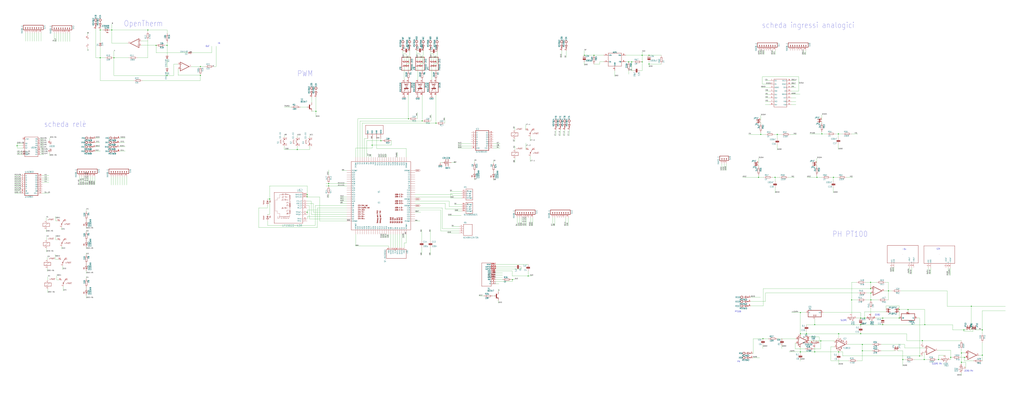
<source format=kicad_sch>
(kicad_sch (version 20220622) (generator eeschema)
  (paper "User" 1181.25 454.889)
  (junction (at 923.29 406.4))
  (junction (at 740.7275 71.4375))
  (junction (at 231.14 76.835))
  (junction (at 192.7225 87.3125))
  (junction (at 354.33 245.11))
  (junction (at 740.7275 63.8175))
  (junction (at 880.11 391.16))
  (junction (at 364.49 128.5875))
  (junction (at 992.8225 367.3475))
  (junction (at 725.17 71.4375))
  (junction (at 967.4225 406.4))
  (junction (at 311.15 229.87))
  (junction (at 115.57 34.6075))
  (junction (at 923.29 385.445))
  (junction (at 674.0525 63.8175))
  (junction (at 946.785 393.7))
  (junction (at 728.6625 71.4375))
  (junction (at 1004.57 346.3925))
  (junction (at 170.4975 34.6075))
  (junction (at 982.345 346.3925))
  (junction (at 131.445 66.675))
  (junction (at 896.62 155.2575))
  (junction (at 748.665 63.8175))
  (junction (at 487.045 139.7))
  (junction (at 1018.2225 374.9675))
  (junction (at 192.7225 52.3875))
  (junction (at 992.8225 385.445))
  (junction (at 967.4225 385.445))
  (junction (at 948.055 154.6225))
  (junction (at 1004.2525 326.0725))
  (junction (at 942.34 204.7875))
  (junction (at 342.9 172.72))
  (junction (at 930.275 385.445))
  (junction (at 19.685 168.275))
  (junction (at 748.665 73.9775))
  (junction (at 1133.1575 410.21))
  (junction (at 1109.0275 418.465))
  (junction (at 1133.1575 381))
  (junction (at 1066.8 374.9675))
  (junction (at 609.2825 318.77))
  (junction (at 1047.4325 357.505))
  (junction (at 1111.885 381))
  (junction (at 992.8225 374.9675))
  (junction (at 379.095 214.63))
  (junction (at 923.29 360.9975))
  (junction (at 1004.2525 333.375))
  (junction (at 591.185 322.8975))
  (junction (at 128.905 34.6075))
  (junction (at 1120.4575 353.695))
  (junction (at 1024.89 335.915))
  (junction (at 685.165 63.8175))
  (junction (at 877.57 155.2575))
  (junction (at 1063.9425 393.3825))
  (junction (at 354.33 227.33))
  (junction (at 894.08 204.7875))
  (junction (at 994.7275 405.13))
  (junction (at 1037.2725 367.3475))
  (junction (at 1096.645 412.75))
  (junction (at 502.92 142.24))
  (junction (at 471.17 137.16))
  (junction (at 961.39 204.7875))
  (junction (at 354.33 224.79))
  (junction (at 939.8 374.9675))
  (junction (at 1066.165 415.29))
  (junction (at 439.42 162.56))
  (junction (at 939.8 406.4))
  (junction (at 997.2675 367.3475))
  (junction (at 1082.675 415.29))
  (junction (at 231.14 86.995))
  (junction (at 875.03 204.7875))
  (junction (at 1060.7675 411.1625))
  (junction (at 115.57 66.675))
  (junction (at 1112.52 412.75))
  (junction (at 1018.2225 367.3475))
  (junction (at 1037.2725 357.505))
  (junction (at 994.7275 397.8275))
  (junction (at 967.105 154.6225))
  (junction (at 1109.0275 407.67))
  (junction (at 1041.4 415.29))
  (junction (at 1004.57 338.455))
  (junction (at 379.095 212.09))
  (junction (at 180.0225 52.3875))
  (junction (at 429.26 167.64))
  (wire (pts (xy 400.05 229.87) (xy 392.43 229.87)))
  (wire (pts (xy 466.09 280.67) (xy 468.63 280.67)))
  (wire (pts (xy 835.3425 189.23) (xy 835.3425 196.85)))
  (wire (pts (xy 601.98 251.46) (xy 601.98 260.985)))
  (wire (pts (xy 1066.165 401.955) (xy 1043.6225 401.955)))
  (wire (pts (xy 458.47 181.61) (xy 458.47 175.895)))
  (wire (pts (xy 547.37 198.12) (xy 547.37 198.755)))
  (wire (pts (xy 513.08 142.24) (xy 513.08 135.5725)))
  (wire (pts (xy 1019.81 335.915) (xy 1024.89 335.915)))
  (wire (pts (xy 99.695 294.3225) (xy 99.695 292.1)))
  (wire (pts (xy 696.595 63.8175) (xy 685.165 63.8175)))
  (wire (pts (xy 641.35 149.86) (xy 641.35 156.845)))
  (wire (pts (xy 46.355 163.195) (xy 50.165 163.195)))
  (wire (pts (xy 1018.2225 374.9675) (xy 992.8225 374.9675)))
  (wire (pts (xy 1049.02 308.9275) (xy 1049.02 316.5475)))
  (wire (pts (xy 410.21 284.1625) (xy 410.21 270.51)))
  (wire (pts (xy 696.595 71.4375) (xy 691.8325 71.4375)))
  (wire (pts (xy 354.33 245.11) (xy 354.33 242.57)))
  (wire (pts (xy 400.05 237.49) (xy 363.5375 237.49)))
  (wire (pts (xy 883.285 155.2575) (xy 877.57 155.2575)))
  (wire (pts (xy 1018.2225 374.9675) (xy 1066.8 374.9675)))
  (wire (pts (xy 604.52 251.46) (xy 604.52 260.985)))
  (wire (pts (xy 1028.7 308.9275) (xy 1028.7 313.69)))
  (wire (pts (xy 354.33 123.5075) (xy 346.3925 123.5075)))
  (wire (pts (xy 691.8325 73.9775) (xy 685.165 73.9775)))
  (wire (pts (xy 740.7275 63.8175) (xy 740.7275 71.4375)))
  (wire (pts (xy 1120.4575 353.695) (xy 1159.8275 353.695)))
  (wire (pts (xy 109.5375 204.1525) (xy 109.5375 213.6775)))
  (wire (pts (xy 466.09 270.51) (xy 466.09 274.955)))
  (wire (pts (xy 728.6625 71.4375) (xy 730.5675 71.4375)))
  (wire (pts (xy 410.21 171.1325) (xy 429.26 171.1325)))
  (wire (pts (xy 923.29 360.9975) (xy 913.13 360.9975)))
  (wire (pts (xy 410.21 181.61) (xy 410.21 171.1325)))
  (wire (pts (xy 468.63 280.67) (xy 468.63 270.51)))
  (wire (pts (xy 298.45 240.03) (xy 308.61 240.03)))
  (wire (pts (xy 596.9 251.46) (xy 596.9 260.985)))
  (wire (pts (xy 46.355 168.275) (xy 50.165 168.275)))
  (wire (pts (xy 865.8225 353.3775) (xy 880.4275 353.3775)))
  (wire (pts (xy 606.7425 172.72) (xy 606.7425 165.1)))
  (wire (pts (xy 912.8125 120.9675) (xy 918.21 120.9675)))
  (wire (pts (xy 1109.0275 430.53) (xy 1109.0275 434.0225)))
  (wire (pts (xy 547.37 187.96) (xy 547.37 185.42)))
  (wire (pts (xy 48.895 205.4225) (xy 56.515 205.4225)))
  (wire (pts (xy 53.6575 276.86) (xy 53.6575 273.685)))
  (wire (pts (xy 655.32 251.46) (xy 655.32 260.985)))
  (wire (pts (xy 967.4225 390.2075) (xy 967.4225 385.445)))
  (wire (pts (xy 443.23 270.51) (xy 443.23 274.6375)))
  (wire (pts (xy 440.69 181.61) (xy 440.69 178.1175)))
  (wire (pts (xy 1066.8 357.505) (xy 1066.8 374.9675)))
  (wire (pts (xy 480.695 62.23) (xy 484.505 62.23)))
  (wire (pts (xy 912.8125 105.0925) (xy 921.385 105.0925)))
  (wire (pts (xy 23.495 215.5825) (xy 16.8275 215.5825)))
  (wire (pts (xy 918.21 391.16) (xy 902.0175 391.16)))
  (wire (pts (xy 1096.645 404.495) (xy 1081.405 404.495)))
  (wire (pts (xy 599.44 251.46) (xy 599.44 260.985)))
  (wire (pts (xy 967.105 159.0675) (xy 967.105 154.6225)))
  (wire (pts (xy 568.325 341.9475) (xy 569.9125 341.9475)))
  (wire (pts (xy 725.17 71.4375) (xy 728.6625 71.4375)))
  (wire (pts (xy 949.96 360.9975) (xy 992.8225 360.9975)))
  (wire (pts (xy 863.6 155.2575) (xy 877.57 155.2575)))
  (wire (pts (xy 400.05 242.57) (xy 354.33 242.57)))
  (wire (pts (xy 958.5325 416.56) (xy 958.5325 400.3675)))
  (wire (pts (xy 887.73 120.9675) (xy 882.65 120.9675)))
  (wire (pts (xy 99.695 262.5725) (xy 99.695 264.16)))
  (wire (pts (xy 368.6175 255.27) (xy 400.05 255.27)))
  (wire (pts (xy 933.45 389.255) (xy 944.88 389.255)))
  (wire (pts (xy 880.4275 353.3775) (xy 880.4275 333.375)))
  (wire (pts (xy 71.12 262.5725) (xy 71.12 265.4681)))
  (wire (pts (xy 231.14 76.835) (xy 236.5375 76.835)))
  (wire (pts (xy 478.79 255.27) (xy 484.505 255.27)))
  (wire (pts (xy 422.91 162.56) (xy 439.42 162.56)))
  (wire (pts (xy 992.8225 384.4925) (xy 992.8225 385.445)))
  (wire (pts (xy 451.1675 162.56) (xy 451.485 162.56)))
  (wire (pts (xy 519.7475 223.52) (xy 519.7475 227.33)))
  (wire (pts (xy 923.29 385.445) (xy 923.29 386.08)))
  (wire (pts (xy 502.92 109.855) (xy 502.92 142.24)))
  (wire (pts (xy 342.9 172.72) (xy 357.1875 172.72)))
  (wire (pts (xy 1041.4 415.29) (xy 1041.4 405.13)))
  (wire (pts (xy 1066.165 407.035) (xy 1066.165 415.29)))
  (wire (pts (xy 611.505 157.7975) (xy 611.505 162.8775)))
  (wire (pts (xy 478.79 245.11) (xy 485.4575 245.11)))
  (wire (pts (xy 205.4225 79.375) (xy 205.4225 86.995)))
  (wire (pts (xy 520.7 187.96) (xy 525.78 187.96)))
  (wire (pts (xy 46.355 160.655) (xy 50.165 160.655)))
  (wire (pts (xy 438.15 181.61) (xy 438.15 178.1175)))
  (wire (pts (xy 923.29 401.32) (xy 923.29 406.4)))
  (wire (pts (xy 164.465 93.0275) (xy 231.14 93.0275)))
  (wire (pts (xy 571.8175 325.12) (xy 591.185 325.12)))
  (wire (pts (xy 453.39 270.51) (xy 453.39 285.75)))
  (wire (pts (xy 966.47 204.7875) (xy 961.39 204.7875)))
  (wire (pts (xy 571.8175 317.8175) (xy 579.755 317.8175)))
  (wire (pts (xy 1096.3275 309.245) (xy 1096.3275 318.135)))
  (wire (pts (xy 532.4475 243.84) (xy 524.51 243.84)))
  (wire (pts (xy 748.665 71.4375) (xy 748.665 73.9775)))
  (wire (pts (xy 128.27 204.1525) (xy 128.27 213.6775)))
  (wire (pts (xy 504.19 59.055) (xy 504.19 58.42)))
  (wire (pts (xy 502.92 69.85) (xy 502.92 63.8175)))
  (wire (pts (xy 415.29 139.7) (xy 415.29 181.61)))
  (wire (pts (xy 939.8 374.9675) (xy 930.275 374.9675)))
  (wire (pts (xy 865.8225 343.2175) (xy 877.2525 343.2175)))
  (wire (pts (xy 547.37 206.375) (xy 547.37 207.9625)))
  (wire (pts (xy 308.61 260.35) (xy 308.61 255.27)))
  (wire (pts (xy 400.05 245.11) (xy 361.315 245.11)))
  (wire (pts (xy 875.03 188.2775) (xy 875.03 182.88)))
  (wire (pts (xy 748.665 73.9775) (xy 762.9525 73.9775)))
  (wire (pts (xy 1004.57 338.455) (xy 999.8075 338.455)))
  (wire (pts (xy 451.485 162.56) (xy 451.485 167.64)))
  (wire (pts (xy 448.31 285.75) (xy 448.31 284.1625)))
  (wire (pts (xy 880.11 398.78) (xy 880.11 402.59)))
  (wire (pts (xy 1093.7875 309.245) (xy 1093.7875 318.135)))
  (wire (pts (xy 400.05 214.63) (xy 379.095 214.63)))
  (wire (pts (xy 880.745 204.7875) (xy 875.03 204.7875)))
  (wire (pts (xy 448.31 270.51) (xy 448.31 274.6375)))
  (wire (pts (xy 609.2825 318.77) (xy 613.7275 318.77)))
  (wire (pts (xy 311.15 214.63) (xy 354.33 214.63)))
  (wire (pts (xy 66.04 254.9525) (xy 64.135 254.9525)))
  (wire (pts (xy 486.41 278.13) (xy 486.41 265.1125)))
  (wire (pts (xy 1021.3975 326.0725) (xy 1024.89 326.0725)))
  (wire (pts (xy 99.695 267.6525) (xy 99.695 266.065)))
  (wire (pts (xy 1004.57 333.375) (xy 1004.2525 333.375)))
  (wire (pts (xy 590.8675 313.055) (xy 590.8675 318.77)))
  (wire (pts (xy 982.345 326.0725) (xy 982.345 346.3925)))
  (wire (pts (xy 1090.295 410.21) (xy 1082.675 410.21)))
  (wire (pts (xy 887.73 97.155) (xy 879.475 97.155)))
  (wire (pts (xy 466.09 69.85) (xy 466.09 63.8175)))
  (wire (pts (xy 1006.1575 397.8275) (xy 994.7275 397.8275)))
  (wire (pts (xy 1111.885 381) (xy 1111.885 382.905)))
  (wire (pts (xy 19.685 168.275) (xy 19.685 170.815)))
  (wire (pts (xy 1109.0275 418.465) (xy 1109.0275 420.37)))
  (wire (pts (xy 400.05 232.41) (xy 392.43 232.41)))
  (wire (pts (xy 109.855 169.545) (xy 115.1128 169.545)))
  (wire (pts (xy 942.34 204.7875) (xy 930.91 204.7875)))
  (wire (pts (xy 948.055 154.6225) (xy 948.055 152.4)))
  (wire (pts (xy 354.33 224.79) (xy 354.33 227.33)))
  (wire (pts (xy 42.2275 38.1) (xy 42.2275 47.625)))
  (wire (pts (xy 400.05 252.73) (xy 356.87 252.73)))
  (wire (pts (xy 725.17 81.5975) (xy 725.17 85.725)))
  (wire (pts (xy 912.8125 97.155) (xy 918.21 97.155)))
  (wire (pts (xy 48.895 207.9625) (xy 56.515 207.9625)))
  (wire (pts (xy 26.035 175.895) (xy 19.685 175.895)))
  (wire (pts (xy 648.0175 58.42) (xy 648.0175 66.3575)))
  (wire (pts (xy 429.26 167.64) (xy 429.26 171.1325)))
  (wire (pts (xy 170.4975 47.3075) (xy 170.4975 66.675)))
  (wire (pts (xy 128.905 49.8475) (xy 128.905 34.6075)))
  (wire (pts (xy 464.82 62.23) (xy 468.63 62.23)))
  (wire (pts (xy 417.83 142.24) (xy 502.92 142.24)))
  (wire (pts (xy 1120.4575 353.695) (xy 1092.5175 353.695)))
  (wire (pts (xy 368.6175 227.33) (xy 368.6175 255.27)))
  (wire (pts (xy 939.8 374.9675) (xy 992.8225 374.9675)))
  (wire (pts (xy 930.275 382.5875) (xy 930.275 385.445)))
  (wire (pts (xy 67.31 299.4025) (xy 63.7794 299.4025)))
  (wire (pts (xy 1037.2725 360.045) (xy 1037.2725 367.3475)))
  (wire (pts (xy 891.54 58.42) (xy 891.54 62.865)))
  (wire (pts (xy 77.7875 38.4175) (xy 77.7875 47.9425)))
  (wire (pts (xy 1120.4575 381) (xy 1120.4575 353.695)))
  (wire (pts (xy 1096.645 412.75) (xy 1096.645 415.29)))
  (wire (pts (xy 513.715 234.95) (xy 478.79 234.95)))
  (wire (pts (xy 327.9775 172.72) (xy 342.9 172.72)))
  (wire (pts (xy 359.0925 247.65) (xy 359.0925 232.41)))
  (wire (pts (xy 221.615 60.96) (xy 244.1575 60.96)))
  (wire (pts (xy 57.4675 176.8475) (xy 57.4675 180.0225)))
  (wire (pts (xy 939.8 401.0025) (xy 939.8 406.4)))
  (wire (pts (xy 571.8175 322.8975) (xy 579.755 322.8975)))
  (wire (pts (xy 342.9 168.91) (xy 342.9 172.72)))
  (wire (pts (xy 115.57 66.675) (xy 121.285 66.675)))
  (wire (pts (xy 424.18 160.02) (xy 420.37 160.02)))
  (wire (pts (xy 138.43 204.1525) (xy 138.43 213.6775)))
  (wire (pts (xy 440.69 270.51) (xy 440.69 274.6375)))
  (wire (pts (xy 508.3175 266.7) (xy 508.3175 242.57)))
  (wire (pts (xy 1109.0275 418.465) (xy 1109.0275 407.67)))
  (wire (pts (xy 894.08 58.42) (xy 894.08 62.865)))
  (wire (pts (xy 478.79 227.33) (xy 519.7475 227.33)))
  (wire (pts (xy 478.79 240.03) (xy 510.2225 240.03)))
  (wire (pts (xy 1082.675 415.29) (xy 1085.215 415.29)))
  (wire (pts (xy 1066.165 415.29) (xy 1054.735 415.29)))
  (wire (pts (xy 887.73 93.0275) (xy 882.65 93.0275)))
  (wire (pts (xy 128.905 49.8475) (xy 147.6375 49.8475)))
  (wire (pts (xy 359.0925 232.41) (xy 354.33 232.41)))
  (wire (pts (xy 1060.7675 367.3475) (xy 1057.5925 367.3475)))
  (wire (pts (xy 480.695 58.1025) (xy 480.695 62.23)))
  (wire (pts (xy 48.895 210.5025) (xy 56.515 210.5025)))
  (wire (pts (xy 519.1125 220.98) (xy 532.4475 220.98)))
  (wire (pts (xy 126.6825 34.6075) (xy 128.905 34.6075)))
  (wire (pts (xy 471.17 69.85) (xy 471.17 63.8175)))
  (wire (pts (xy 64.135 254.9525) (xy 64.135 249.8725)))
  (wire (pts (xy 311.15 247.65) (xy 311.15 229.87)))
  (wire (pts (xy 497.84 69.85) (xy 497.84 63.8175)))
  (wire (pts (xy 1066.8 374.9675) (xy 1098.8675 374.9675)))
  (wire (pts (xy 510.54 187.96) (xy 508 187.96)))
  (wire (pts (xy 868.9975 407.9875) (xy 868.9975 391.16)))
  (wire (pts (xy 34.6075 38.1) (xy 34.6075 47.625)))
  (wire (pts (xy 1047.4325 359.7275) (xy 1047.4325 357.505)))
  (wire (pts (xy 109.855 164.465) (xy 114.935 164.465)))
  (wire (pts (xy 994.7275 397.8275) (xy 994.7275 405.13)))
  (wire (pts (xy 205.4225 86.995) (xy 231.14 86.995)))
  (wire (pts (xy 48.895 202.8825) (xy 56.515 202.8825)))
  (wire (pts (xy 26.035 168.275) (xy 19.685 168.275)))
  (wire (pts (xy 417.83 142.24) (xy 417.83 181.61)))
  (wire (pts (xy 379.095 212.09) (xy 375.92 212.09)))
  (wire (pts (xy 427.99 181.61) (xy 427.99 178.1175)))
  (wire (pts (xy 488.315 73.66) (xy 488.315 58.42)))
  (wire (pts (xy 47.3075 38.1) (xy 47.3075 47.625)))
  (wire (pts (xy 730.5675 81.5975) (xy 728.6625 81.5975)))
  (wire (pts (xy 481.965 77.47) (xy 481.965 92.075)))
  (wire (pts (xy 429.26 160.02) (xy 429.26 167.64)))
  (wire (pts (xy 992.8225 374.9675) (xy 992.8225 376.8725)))
  (wire (pts (xy 1044.575 415.29) (xy 1041.4 415.29)))
  (wire (pts (xy 468.63 73.66) (xy 468.63 77.47)))
  (wire (pts (xy 53.6575 287.02) (xy 53.6575 291.1475)))
  (wire (pts (xy 170.4975 66.675) (xy 158.75 66.675)))
  (wire (pts (xy 54.61 299.72) (xy 54.61 297.18)))
  (wire (pts (xy 508.3175 242.57) (xy 478.79 242.57)))
  (wire (pts (xy 967.4225 406.4) (xy 972.185 406.4)))
  (wire (pts (xy 231.14 93.0275) (xy 231.14 86.995)))
  (wire (pts (xy 46.355 173.355) (xy 50.4825 173.355)))
  (wire (pts (xy 1092.5175 335.915) (xy 1092.5175 353.695)))
  (wire (pts (xy 992.8225 367.3475) (xy 997.2675 367.3475)))
  (wire (pts (xy 143.51 204.1525) (xy 143.51 213.6775)))
  (wire (pts (xy 327.9775 168.5925) (xy 327.9775 172.72)))
  (wire (pts (xy 988.06 326.0725) (xy 982.345 326.0725)))
  (wire (pts (xy 917.2575 402.9075) (xy 928.6875 402.9075)))
  (wire (pts (xy 23.495 202.8825) (xy 16.8275 202.8825)))
  (wire (pts (xy 740.7275 71.4375) (xy 740.7275 81.5975)))
  (wire (pts (xy 1004.2525 333.375) (xy 1004.2525 326.0725)))
  (wire (pts (xy 740.7275 81.5975) (xy 738.1875 81.5975)))
  (wire (pts (xy 46.355 170.815) (xy 50.165 170.815)))
  (wire (pts (xy 99.695 304.4825) (xy 99.695 305.1175)))
  (wire (pts (xy 400.05 240.03) (xy 366.0775 240.03)))
  (wire (pts (xy 106.9975 204.1525) (xy 106.9975 213.6775)))
  (wire (pts (xy 72.39 307.0225) (xy 72.39 311.4675)))
  (wire (pts (xy 977.5825 397.8275) (xy 994.7275 397.8275)))
  (wire (pts (xy 115.57 53.975) (xy 115.57 66.675)))
  (wire (pts (xy 571.8175 315.2775) (xy 579.755 315.2775)))
  (wire (pts (xy 1024.89 335.915) (xy 1029.0175 335.915)))
  (wire (pts (xy 944.88 389.255) (xy 944.88 395.9225)))
  (wire (pts (xy 109.855 174.625) (xy 115.7478 174.625)))
  (wire (pts (xy 987.425 367.3475) (xy 992.8225 367.3475)))
  (wire (pts (xy 614.68 251.46) (xy 614.68 260.985)))
  (wire (pts (xy 837.8825 189.23) (xy 837.8825 196.85)))
  (wire (pts (xy 466.09 77.47) (xy 466.09 92.075)))
  (wire (pts (xy 571.8175 308.2925) (xy 593.725 308.2925)))
  (wire (pts (xy 65.0875 38.4175) (xy 65.0875 47.9425)))
  (wire (pts (xy 354.33 214.63) (xy 354.33 224.79)))
  (wire (pts (xy 653.0975 58.42) (xy 653.0975 66.3575)))
  (wire (pts (xy 1096.645 415.29) (xy 1095.375 415.29)))
  (wire (pts (xy 497.205 139.7) (xy 497.205 132.08)))
  (wire (pts (xy 1113.79 412.75) (xy 1112.52 412.75)))
  (wire (pts (xy 1004.57 356.5525) (xy 1004.57 362.2675)))
  (wire (pts (xy 946.785 402.9075) (xy 946.785 393.7)))
  (wire (pts (xy 1031.24 308.9275) (xy 1031.24 313.69)))
  (wire (pts (xy 899.16 204.7875) (xy 894.08 204.7875)))
  (wire (pts (xy 434.34 171.45) (xy 468.63 171.45)))
  (wire (pts (xy 119.0625 34.6075) (xy 115.57 34.6075)))
  (wire (pts (xy 901.7 155.2575) (xy 896.62 155.2575)))
  (wire (pts (xy 948.055 140.6525) (xy 948.055 142.24)))
  (wire (pts (xy 131.445 66.675) (xy 148.59 66.675)))
  (wire (pts (xy 146.05 204.1525) (xy 146.05 213.6775)))
  (wire (pts (xy 934.72 395.9225) (xy 933.45 395.9225)))
  (wire (pts (xy 881.38 58.42) (xy 881.38 62.865)))
  (wire (pts (xy 879.475 88.5825) (xy 921.385 88.5825)))
  (wire (pts (xy 887.73 100.965) (xy 877.8875 100.965)))
  (wire (pts (xy 529.59 269.24) (xy 516.255 269.24)))
  (wire (pts (xy 439.42 160.02) (xy 439.42 162.56)))
  (wire (pts (xy 1112.52 416.8775) (xy 1112.52 412.75)))
  (wire (pts (xy 354.33 237.49) (xy 356.87 237.49)))
  (wire (pts (xy 48.895 223.2025) (xy 56.515 223.2025)))
  (wire (pts (xy 26.035 165.735) (xy 19.685 165.735)))
  (wire (pts (xy 571.8175 305.435) (xy 609.2825 305.435)))
  (wire (pts (xy 571.8175 320.3575) (xy 579.755 320.3575)))
  (wire (pts (xy 53.34 264.795) (xy 53.34 267.6525)))
  (wire (pts (xy 532.4475 236.22) (xy 524.1925 236.22)))
  (wire (pts (xy 133.35 204.1525) (xy 133.35 213.6775)))
  (wire (pts (xy 73.025 330.835) (xy 73.025 336.2325)))
  (wire (pts (xy 939.8 406.4) (xy 923.29 406.4)))
  (wire (pts (xy 518.16 238.76) (xy 518.16 232.41)))
  (wire (pts (xy 487.045 69.85) (xy 487.045 63.8175)))
  (wire (pts (xy 486.41 285.75) (xy 486.41 294.64)))
  (wire (pts (xy 574.9925 347.0275) (xy 574.9925 350.2025)))
  (wire (pts (xy 26.035 178.435) (xy 19.685 178.435)))
  (wire (pts (xy 192.7225 34.6075) (xy 192.7225 38.735)))
  (wire (pts (xy 308.61 240.03) (xy 308.61 237.49)))
  (wire (pts (xy 496.57 59.055) (xy 496.57 62.23)))
  (wire (pts (xy 612.14 251.46) (xy 612.14 260.985)))
  (wire (pts (xy 832.8025 189.23) (xy 832.8025 196.85)))
  (wire (pts (xy 356.87 252.73) (xy 356.87 237.49)))
  (wire (pts (xy 361.315 245.11) (xy 361.315 234.95)))
  (wire (pts (xy 39.6875 38.1) (xy 39.6875 47.625)))
  (wire (pts (xy 685.165 63.8175) (xy 674.0525 63.8175)))
  (wire (pts (xy 934.085 154.6225) (xy 948.055 154.6225)))
  (wire (pts (xy 762.9525 63.8175) (xy 748.665 63.8175)))
  (wire (pts (xy 652.78 251.46) (xy 652.78 260.985)))
  (wire (pts (xy 879.475 97.155) (xy 879.475 88.5825)))
  (wire (pts (xy 128.905 34.6075) (xy 170.4975 34.6075)))
  (wire (pts (xy 1024.89 346.3925) (xy 1023.3025 346.3925)))
  (wire (pts (xy 543.56 171.1325) (xy 528.32 171.1325)))
  (wire (pts (xy 458.47 285.75) (xy 458.47 270.51)))
  (wire (pts (xy 865.8225 348.2975) (xy 882.9675 348.2975)))
  (wire (pts (xy 1112.52 412.75) (xy 1108.3925 412.75)))
  (wire (pts (xy 484.505 73.66) (xy 488.315 73.66)))
  (wire (pts (xy 930.275 385.445) (xy 967.4225 385.445)))
  (wire (pts (xy 23.495 218.1225) (xy 16.8275 218.1225)))
  (wire (pts (xy 942.34 204.7875) (xy 942.34 202.565)))
  (wire (pts (xy 496.57 285.75) (xy 496.57 294.64)))
  (wire (pts (xy 170.4975 34.6075) (xy 192.7225 34.6075)))
  (wire (pts (xy 400.05 196.85) (xy 394.335 196.85)))
  (wire (pts (xy 472.44 73.66) (xy 468.63 73.66)))
  (wire (pts (xy 721.995 71.4375) (xy 725.17 71.4375)))
  (wire (pts (xy 691.8325 71.4375) (xy 691.8325 73.9775)))
  (wire (pts (xy 939.8 368.6175) (xy 939.8 374.9675)))
  (wire (pts (xy 593.725 150.1775) (xy 593.725 146.3675)))
  (wire (pts (xy 1063.9425 411.1625) (xy 1060.7675 411.1625)))
  (wire (pts (xy 361.315 234.95) (xy 354.33 234.95)))
  (wire (pts (xy 308.61 229.87) (xy 311.15 229.87)))
  (wire (pts (xy 170.4975 46.355) (xy 170.4975 47.3075)))
  (wire (pts (xy 37.1475 38.1) (xy 37.1475 47.625)))
  (wire (pts (xy 1070.9275 309.245) (xy 1070.9275 316.5475)))
  (wire (pts (xy 135.89 204.1525) (xy 135.89 213.6775)))
  (wire (pts (xy 1098.2325 412.75) (xy 1096.645 412.75)))
  (wire (pts (xy 912.8125 93.0275) (xy 918.21 93.0275)))
  (wire (pts (xy 1043.6225 397.8275) (xy 1043.6225 401.955)))
  (wire (pts (xy 400.05 247.65) (xy 359.0925 247.65)))
  (wire (pts (xy 99.695 244.1575) (xy 99.695 241.6175)))
  (wire (pts (xy 877.57 141.2875) (xy 877.57 142.875)))
  (wire (pts (xy 359.41 112.0775) (xy 359.41 118.4275)))
  (wire (pts (xy 422.91 181.61) (xy 422.91 162.56)))
  (wire (pts (xy 911.86 155.2575) (xy 918.845 155.2575)))
  (wire (pts (xy 1037.2725 357.505) (xy 1047.4325 357.505)))
  (wire (pts (xy 748.665 63.8175) (xy 740.7275 63.8175)))
  (wire (pts (xy 1133.1575 410.21) (xy 1133.1575 395.605)))
  (wire (pts (xy 942.34 190.8175) (xy 942.34 192.405)))
  (wire (pts (xy 1096.645 412.75) (xy 1096.645 404.495)))
  (wire (pts (xy 962.3425 395.2875) (xy 962.3425 393.7)))
  (wire (pts (xy 55.245 333.6925) (xy 55.245 338.1375)))
  (wire (pts (xy 366.0775 240.03) (xy 366.0775 262.89)))
  (wire (pts (xy 192.7225 87.3125) (xy 192.7225 83.185)))
  (wire (pts (xy 137.795 174.625) (xy 144.4625 174.625)))
  (wire (pts (xy 967.4225 415.925) (xy 967.4225 421.3225)))
  (wire (pts (xy 26.035 170.815) (xy 19.685 170.815)))
  (wire (pts (xy 887.73 113.03) (xy 882.65 113.03)))
  (wire (pts (xy 336.2325 123.5075) (xy 327.9775 123.5075)))
  (wire (pts (xy 994.7275 405.13) (xy 994.7275 416.56)))
  (wire (pts (xy 137.4775 164.465) (xy 143.8275 164.465)))
  (wire (pts (xy 894.08 204.7875) (xy 890.905 204.7875)))
  (wire (pts (xy 601.345 308.2925) (xy 601.345 310.8325)))
  (wire (pts (xy 99.3775 204.1525) (xy 99.3775 213.6775)))
  (wire (pts (xy 574.9925 336.8675) (xy 574.9925 333.6925)))
  (wire (pts (xy 674.0525 63.8175) (xy 674.0525 58.42)))
  (wire (pts (xy 162.8775 47.3075) (xy 170.4975 47.3075)))
  (wire (pts (xy 1004.57 338.455) (xy 1004.57 346.3925)))
  (wire (pts (xy 46.355 175.895) (xy 50.4825 175.895)))
  (wire (pts (xy 594.0425 182.88) (xy 594.0425 187.6425)))
  (wire (pts (xy 868.3625 413.0675) (xy 876.3 413.0675)))
  (wire (pts (xy 939.8 406.4) (xy 967.4225 406.4)))
  (wire (pts (xy 1024.89 326.0725) (xy 1024.89 335.915)))
  (wire (pts (xy 1082.675 410.21) (xy 1082.675 415.29)))
  (wire (pts (xy 1006.1575 405.13) (xy 994.7275 405.13)))
  (wire (pts (xy 1098.8675 381) (xy 1111.885 381)))
  (wire (pts (xy 101.9175 204.1525) (xy 101.9175 213.6775)))
  (wire (pts (xy 364.49 128.5875) (xy 364.49 135.255)))
  (wire (pts (xy 1045.845 385.445) (xy 1045.845 393.3825)))
  (wire (pts (xy 162.8775 52.3875) (xy 180.0225 52.3875)))
  (wire (pts (xy 23.495 213.0425) (xy 16.8275 213.0425)))
  (wire (pts (xy 379.095 201.93) (xy 379.095 196.215)))
  (wire (pts (xy 1133.1575 416.8775) (xy 1133.1575 410.21)))
  (wire (pts (xy 1041.4 415.29) (xy 1041.4 422.91)))
  (wire (pts (xy 472.44 58.42) (xy 472.44 73.66)))
  (wire (pts (xy 590.8675 318.77) (xy 609.2825 318.77)))
  (wire (pts (xy 674.0525 71.4375) (xy 674.0525 75.565)))
  (wire (pts (xy 128.905 34.6075) (xy 128.905 27.94)))
  (wire (pts (xy 67.6275 38.4175) (xy 67.6275 47.9425)))
  (wire (pts (xy 140.97 204.1525) (xy 140.97 213.6775)))
  (wire (pts (xy 412.75 137.16) (xy 412.75 181.61)))
  (wire (pts (xy 1133.1575 410.21) (xy 1129.03 410.21)))
  (wire (pts (xy 894.08 209.2325) (xy 894.08 204.7875)))
  (wire (pts (xy 953.77 154.6225) (xy 948.055 154.6225)))
  (wire (pts (xy 445.77 270.51) (xy 445.77 274.6375)))
  (wire (pts (xy 62.5475 38.4175) (xy 62.5475 47.9425)))
  (wire (pts (xy 23.495 210.5025) (xy 16.8275 210.5025)))
  (wire (pts (xy 997.2675 360.045) (xy 1022.0325 360.045)))
  (wire (pts (xy 354.33 250.19) (xy 354.33 252.73)))
  (wire (pts (xy 571.8175 313.055) (xy 590.8675 313.055)))
  (wire (pts (xy 543.56 166.0525) (xy 528.32 166.0525)))
  (wire (pts (xy 976.63 204.7875) (xy 983.615 204.7875)))
  (wire (pts (xy 484.505 62.23) (xy 484.505 69.85)))
  (wire (pts (xy 96.8375 204.1525) (xy 96.8375 213.6775)))
  (wire (pts (xy 1047.4325 357.505) (xy 1066.8 357.505)))
  (wire (pts (xy 1016.3175 405.13) (xy 1032.8275 405.13)))
  (wire (pts (xy 637.54 251.46) (xy 637.54 260.985)))
  (wire (pts (xy 137.795 159.385) (xy 144.4625 159.385)))
  (wire (pts (xy 29.5275 38.1) (xy 29.5275 47.625)))
  (wire (pts (xy 532.4475 241.3) (xy 513.715 241.3)))
  (wire (pts (xy 918.21 396.24) (xy 917.2575 396.24)))
  (wire (pts (xy 298.45 240.03) (xy 298.45 262.89)))
  (wire (pts (xy 1013.1425 346.3925) (xy 1004.57 346.3925)))
  (wire (pts (xy 994.7275 416.56) (xy 989.0125 416.56)))
  (wire (pts (xy 875.03 190.8175) (xy 875.03 192.405)))
  (wire (pts (xy 896.62 167.3225) (xy 896.62 173.355)))
  (wire (pts (xy 468.63 181.61) (xy 468.63 171.45)))
  (wire (pts (xy 23.495 220.6625) (xy 16.8275 220.6625)))
  (wire (pts (xy 463.55 270.51) (xy 463.55 285.75)))
  (wire (pts (xy 354.33 247.65) (xy 354.33 245.11)))
  (wire (pts (xy 46.355 178.435) (xy 50.4825 178.435)))
  (wire (pts (xy 504.19 59.055) (xy 504.19 73.66)))
  (wire (pts (xy 967.105 166.6875) (xy 967.105 172.72)))
  (wire (pts (xy 200.3425 87.3125) (xy 200.3425 74.295)))
  (wire (pts (xy 75.2475 38.4175) (xy 75.2475 47.9425)))
  (wire (pts (xy 887.73 117.1575) (xy 882.65 117.1575)))
  (wire (pts (xy 958.5325 416.56) (xy 978.8525 416.56)))
  (wire (pts (xy 441.0075 162.56) (xy 439.42 162.56)))
  (wire (pts (xy 1070.61 415.29) (xy 1066.165 415.29)))
  (wire (pts (xy 1133.1575 381) (xy 1124.9025 381)))
  (wire (pts (xy 946.785 393.7) (xy 962.3425 393.7)))
  (wire (pts (xy 519.43 228.6) (xy 532.4475 228.6)))
  (wire (pts (xy 532.13 248.92) (xy 516.89 248.92)))
  (wire (pts (xy 131.445 66.675) (xy 131.445 58.7375)))
  (wire (pts (xy 946.785 393.7) (xy 933.45 393.7)))
  (wire (pts (xy 71.4375 284.48) (xy 71.4375 287.655)))
  (wire (pts (xy 989.6475 338.455) (xy 882.9675 338.455)))
  (wire (pts (xy 927.1 58.42) (xy 927.1 63.1825)))
  (wire (pts (xy 992.8225 367.3475) (xy 992.8225 360.9975)))
  (wire (pts (xy 591.185 322.8975) (xy 589.915 322.8975)))
  (wire (pts (xy 192.7225 78.105) (xy 192.7225 68.58)))
  (wire (pts (xy 593.725 160.3375) (xy 593.725 163.5125)))
  (wire (pts (xy 420.37 160.02) (xy 420.37 181.61)))
  (wire (pts (xy 902.0175 402.59) (xy 902.0175 398.78)))
  (wire (pts (xy 57.4675 161.6075) (xy 57.4675 159.385)))
  (wire (pts (xy 130.81 204.1525) (xy 130.81 213.6775)))
  (wire (pts (xy 938.8475 402.9075) (xy 946.785 402.9075)))
  (wire (pts (xy 972.185 406.4) (xy 972.185 411.1625)))
  (wire (pts (xy 868.9975 391.16) (xy 880.11 391.16)))
  (wire (pts (xy 876.3 58.42) (xy 876.3 62.865)))
  (wire (pts (xy 192.7225 52.3875) (xy 192.7225 48.895)))
  (wire (pts (xy 606.425 150.1775) (xy 606.425 144.145)))
  (wire (pts (xy 400.05 212.09) (xy 379.095 212.09)))
  (wire (pts (xy 519.7475 223.52) (xy 532.4475 223.52)))
  (wire (pts (xy 997.2675 367.3475) (xy 999.49 367.3475)))
  (wire (pts (xy 23.495 207.9625) (xy 16.8275 207.9625)))
  (wire (pts (xy 443.23 181.61) (xy 443.23 178.1175)))
  (wire (pts (xy 569.2775 206.6925) (xy 569.2775 208.28)))
  (wire (pts (xy 496.57 62.23) (xy 500.38 62.23)))
  (wire (pts (xy 923.29 415.6075) (xy 923.29 417.195)))
  (wire (pts (xy 958.5325 400.3675) (xy 962.3425 400.3675)))
  (wire (pts (xy 880.4275 333.375) (xy 1004.2525 333.375)))
  (wire (pts (xy 1111.885 382.905) (xy 1122.3625 382.905)))
  (wire (pts (xy 529.59 264.16) (xy 510.2225 264.16)))
  (wire (pts (xy 1051.56 308.9275) (xy 1051.56 316.5475)))
  (wire (pts (xy 1060.7675 411.1625) (xy 1060.7675 367.3475)))
  (wire (pts (xy 99.695 254.3175) (xy 99.695 254.9525)))
  (wire (pts (xy 308.61 247.65) (xy 311.15 247.65)))
  (wire (pts (xy 998.22 326.0725) (xy 1004.2525 326.0725)))
  (wire (pts (xy 496.57 59.055) (xy 496.57 58.42)))
  (wire (pts (xy 429.26 167.64) (xy 451.485 167.64)))
  (wire (pts (xy 569.2775 198.4375) (xy 569.2775 199.0725)))
  (wire (pts (xy 311.15 229.87) (xy 311.15 214.63)))
  (wire (pts (xy 466.09 285.75) (xy 466.09 280.67)))
  (wire (pts (xy 521.97 226.06) (xy 521.97 224.79)))
  (wire (pts (xy 412.75 137.16) (xy 471.17 137.16)))
  (wire (pts (xy 364.49 112.0775) (xy 364.49 128.5875)))
  (wire (pts (xy 249.2375 76.835) (xy 249.2375 53.34)))
  (wire (pts (xy 709.295 81.5975) (xy 709.295 88.265)))
  (wire (pts (xy 66.3575 276.86) (xy 64.135 276.86)))
  (wire (pts (xy 1018.2225 367.3475) (xy 1037.2725 367.3475)))
  (wire (pts (xy 488.315 58.42) (xy 488.315 58.1025)))
  (wire (pts (xy 568.96 166.0525) (xy 576.8975 166.0525)))
  (wire (pts (xy 988.695 346.3925) (xy 982.345 346.3925)))
  (wire (pts (xy 877.57 138.7475) (xy 877.57 133.35)))
  (wire (pts (xy 896.62 155.2575) (xy 893.445 155.2575)))
  (wire (pts (xy 379.095 224.79) (xy 379.095 228.2825)))
  (wire (pts (xy 461.01 285.75) (xy 461.01 270.51)))
  (wire (pts (xy 23.495 205.4225) (xy 16.8275 205.4225)))
  (wire (pts (xy 70.1675 38.4175) (xy 70.1675 47.9425)))
  (wire (pts (xy 571.8175 327.66) (xy 575.6275 327.66)))
  (wire (pts (xy 1024.89 335.915) (xy 1024.89 346.3925)))
  (wire (pts (xy 80.3275 38.4175) (xy 80.3275 47.9425)))
  (wire (pts (xy 115.57 34.6075) (xy 115.57 33.3375)))
  (wire (pts (xy 99.695 312.7375) (xy 99.695 315.9125)))
  (wire (pts (xy 192.7225 52.3875) (xy 192.7225 63.5)))
  (wire (pts (xy 646.43 149.86) (xy 646.43 156.845)))
  (wire (pts (xy 912.8125 113.03) (xy 918.21 113.03)))
  (wire (pts (xy 46.355 165.735) (xy 50.165 165.735)))
  (wire (pts (xy 521.97 226.06) (xy 532.4475 226.06)))
  (wire (pts (xy 1133.1575 358.775) (xy 1159.8275 358.775)))
  (wire (pts (xy 961.39 209.2325) (xy 961.39 204.7875)))
  (wire (pts (xy 504.19 73.66) (xy 500.38 73.66)))
  (wire (pts (xy 180.0225 60.96) (xy 180.0225 52.3875)))
  (wire (pts (xy 569.2775 188.2775) (xy 569.2775 185.7375)))
  (wire (pts (xy 1109.0275 393.3825) (xy 1063.9425 393.3825)))
  (wire (pts (xy 998.855 346.3925) (xy 1004.57 346.3925)))
  (wire (pts (xy 64.135 276.86) (xy 64.135 273.3675)))
  (wire (pts (xy 19.685 165.735) (xy 19.685 168.275)))
  (wire (pts (xy 502.92 77.47) (xy 502.92 81.915)))
  (wire (pts (xy 32.0675 38.1) (xy 32.0675 47.625)))
  (wire (pts (xy 1122.9975 416.8775) (xy 1112.52 416.8775)))
  (wire (pts (xy 917.2575 396.24) (xy 917.2575 402.9075)))
  (wire (pts (xy 54.61 309.88) (xy 54.61 313.3725)))
  (wire (pts (xy 468.63 69.85) (xy 468.63 62.23)))
  (wire (pts (xy 923.29 407.9875) (xy 923.29 406.4)))
  (wire (pts (xy 445.77 181.61) (xy 445.77 178.1175)))
  (wire (pts (xy 929.64 360.9975) (xy 923.29 360.9975)))
  (wire (pts (xy 110.49 66.675) (xy 115.57 66.675)))
  (wire (pts (xy 591.185 322.8975) (xy 593.725 322.8975)))
  (wire (pts (xy 640.08 251.46) (xy 640.08 260.985)))
  (wire (pts (xy 115.57 48.895) (xy 115.57 34.6075)))
  (wire (pts (xy 53.34 254.635) (xy 53.34 251.46)))
  (wire (pts (xy 63.7794 299.4025) (xy 63.7794 293.7891)))
  (wire (pts (xy 400.05 227.33) (xy 392.43 227.33)))
  (wire (pts (xy 357.1875 158.75) (xy 357.1875 156.5275)))
  (wire (pts (xy 94.2975 204.1525) (xy 94.2975 213.6775)))
  (wire (pts (xy 923.29 385.445) (xy 930.275 385.445)))
  (wire (pts (xy 948.055 204.7875) (xy 942.34 204.7875)))
  (wire (pts (xy 110.49 33.3375) (xy 110.49 66.675)))
  (wire (pts (xy 484.505 77.47) (xy 484.505 73.66)))
  (wire (pts (xy 487.045 77.47) (xy 487.045 81.915)))
  (wire (pts (xy 558.165 341.9475) (xy 552.45 341.9475)))
  (wire (pts (xy 65.405 323.215) (xy 65.405 318.4525)))
  (wire (pts (xy 880.11 391.16) (xy 886.46 391.16)))
  (wire (pts (xy 1109.0275 407.67) (xy 1113.79 407.67)))
  (wire (pts (xy 591.185 325.12) (xy 591.185 322.8975)))
  (wire (pts (xy 967.4225 408.305) (xy 967.4225 406.4)))
  (wire (pts (xy 400.05 250.19) (xy 354.33 250.19)))
  (wire (pts (xy 1109.0275 407.67) (xy 1109.0275 403.5425)))
  (wire (pts (xy 357.1875 172.72) (xy 357.1875 168.91)))
  (wire (pts (xy 967.4225 385.445) (xy 992.8225 385.445)))
  (wire (pts (xy 982.345 154.6225) (xy 989.33 154.6225)))
  (wire (pts (xy 100.965 55.5625) (xy 100.965 58.7375)))
  (wire (pts (xy 99.695 340.995) (xy 99.695 344.4875)))
  (wire (pts (xy 1080.77 415.29) (xy 1082.675 415.29)))
  (wire (pts (xy 497.84 77.47) (xy 497.84 92.075)))
  (wire (pts (xy 972.185 154.6225) (xy 967.105 154.6225)))
  (wire (pts (xy 434.34 160.02) (xy 434.34 171.45)))
  (wire (pts (xy 354.33 227.33) (xy 368.6175 227.33)))
  (wire (pts (xy 478.79 232.41) (xy 518.16 232.41)))
  (wire (pts (xy 55.245 323.5325) (xy 55.245 319.7225)))
  (wire (pts (xy 992.8225 385.445) (xy 1045.845 385.445)))
  (wire (pts (xy 500.38 73.66) (xy 500.38 77.47)))
  (wire (pts (xy 115.57 93.0275) (xy 115.57 66.675)))
  (wire (pts (xy 728.6625 81.5975) (xy 728.6625 71.4375)))
  (wire (pts (xy 912.8125 100.965) (xy 918.21 100.965)))
  (wire (pts (xy 244.1575 60.96) (xy 244.1575 53.34)))
  (wire (pts (xy 200.3425 74.295) (xy 205.4225 74.295)))
  (wire (pts (xy 529.59 261.62) (xy 521.0175 261.62)))
  (wire (pts (xy 342.9 158.75) (xy 342.9 156.5275)))
  (wire (pts (xy 364.49 128.5875) (xy 359.41 128.5875)))
  (wire (pts (xy 216.535 60.96) (xy 180.0225 60.96)))
  (wire (pts (xy 568.96 168.5925) (xy 576.8975 168.5925)))
  (wire (pts (xy 99.695 285.4325) (xy 99.695 287.655)))
  (wire (pts (xy 1022.0325 353.3775) (xy 1037.2725 353.3775)))
  (wire (pts (xy 72.7075 38.4175) (xy 72.7075 47.9425)))
  (wire (pts (xy 1063.9425 393.3825) (xy 1045.845 393.3825)))
  (wire (pts (xy 131.445 87.3125) (xy 192.7225 87.3125)))
  (wire (pts (xy 896.62 391.16) (xy 902.0175 391.16)))
  (wire (pts (xy 1133.1575 385.445) (xy 1133.1575 381)))
  (wire (pts (xy 478.79 224.79) (xy 521.97 224.79)))
  (wire (pts (xy 91.7575 204.1525) (xy 91.7575 213.6775)))
  (wire (pts (xy 740.7275 63.8175) (xy 740.7275 60.0075)))
  (wire (pts (xy 972.185 411.1625) (xy 1060.7675 411.1625)))
  (wire (pts (xy 1133.1575 381) (xy 1133.1575 358.775)))
  (wire (pts (xy 366.0775 262.89) (xy 298.45 262.89)))
  (wire (pts (xy 99.695 321.945) (xy 99.695 319.405)))
  (wire (pts (xy 611.8225 180.34) (xy 611.8225 186.69)))
  (wire (pts (xy 1122.3625 382.905) (xy 1122.3625 381)))
  (wire (pts (xy 887.73 109.22) (xy 882.65 109.22)))
  (wire (pts (xy 1073.4675 309.245) (xy 1073.4675 316.5475)))
  (wire (pts (xy 656.59 149.86) (xy 656.59 156.845)))
  (wire (pts (xy 363.5375 237.49) (xy 363.5375 260.35)))
  (wire (pts (xy 481.33 137.16) (xy 481.33 129.8575)))
  (wire (pts (xy 1098.8675 374.9675) (xy 1098.8675 381)))
  (wire (pts (xy 721.995 63.8175) (xy 740.7275 63.8175)))
  (wire (pts (xy 1037.2725 353.3775) (xy 1037.2725 357.505)))
  (wire (pts (xy 487.045 109.855) (xy 487.045 139.7)))
  (wire (pts (xy 500.38 62.23) (xy 500.38 69.85)))
  (wire (pts (xy 154.305 93.0275) (xy 115.57 93.0275)))
  (wire (pts (xy 450.85 270.51) (xy 450.85 285.75)))
  (wire (pts (xy 100.965 40.3225) (xy 100.965 37.1475)))
  (wire (pts (xy 99.695 333.375) (xy 99.695 332.105)))
  (wire (pts (xy 1004.2525 326.0725) (xy 1011.2375 326.0725)))
  (wire (pts (xy 44.7675 38.1) (xy 44.7675 47.625)))
  (wire (pts (xy 67.945 323.215) (xy 65.405 323.215)))
  (wire (pts (xy 220.6625 76.835) (xy 231.14 76.835)))
  (wire (pts (xy 921.385 88.5825) (xy 921.385 105.0925)))
  (wire (pts (xy 481.965 69.85) (xy 481.965 63.8175)))
  (wire (pts (xy 1114.1075 418.465) (xy 1114.1075 425.45)))
  (wire (pts (xy 543.56 168.5925) (xy 528.32 168.5925)))
  (wire (pts (xy 961.39 204.7875) (xy 958.215 204.7875)))
  (wire (pts (xy 104.4575 204.1525) (xy 104.4575 213.6775)))
  (wire (pts (xy 651.51 149.86) (xy 651.51 156.845)))
  (wire (pts (xy 912.8125 117.1575) (xy 918.21 117.1575)))
  (wire (pts (xy 877.57 155.2575) (xy 877.57 153.035)))
  (wire (pts (xy 568.96 171.1325) (xy 576.8975 171.1325)))
  (wire (pts (xy 948.055 138.1125) (xy 948.055 132.715)))
  (wire (pts (xy 961.39 216.8525) (xy 961.39 222.885)))
  (wire (pts (xy 997.2675 367.3475) (xy 997.2675 360.045)))
  (wire (pts (xy 1009.65 367.3475) (xy 1018.2225 367.3475)))
  (wire (pts (xy 23.495 223.2025) (xy 16.8275 223.2025)))
  (wire (pts (xy 327.9775 158.4325) (xy 327.9775 156.5275)))
  (wire (pts (xy 868.3625 407.9875) (xy 868.9975 407.9875)))
  (wire (pts (xy 923.29 406.4) (xy 910.2725 406.4)))
  (wire (pts (xy 607.06 251.46) (xy 607.06 260.985)))
  (wire (pts (xy 594.0425 172.72) (xy 594.0425 168.5925)))
  (wire (pts (xy 967.4225 405.4475) (xy 967.4225 406.4)))
  (wire (pts (xy 922.9725 108.9025) (xy 912.8125 108.9025)))
  (wire (pts (xy 131.445 66.675) (xy 131.445 87.3125)))
  (wire (pts (xy 894.08 216.8525) (xy 894.08 222.885)))
  (wire (pts (xy 192.7225 87.3125) (xy 200.3425 87.3125)))
  (wire (pts (xy 110.1725 159.385) (xy 114.6302 159.385)))
  (wire (pts (xy 748.665 73.9775) (xy 748.665 77.47)))
  (wire (pts (xy 923.29 385.445) (xy 923.29 360.9975)))
  (wire (pts (xy 1111.885 381) (xy 1116.0125 381)))
  (wire (pts (xy 1041.4 405.13) (xy 1035.3675 405.13)))
  (wire (pts (xy 896.62 159.7025) (xy 896.62 155.2575)))
  (wire (pts (xy 448.31 284.1625) (xy 410.21 284.1625)))
  (wire (pts (xy 510.2225 240.03) (xy 510.2225 264.16)))
  (wire (pts (xy 137.16 169.545) (xy 144.4625 169.545)))
  (wire (pts (xy 1016.3175 397.8275) (xy 1043.6225 397.8275)))
  (wire (pts (xy 170.4975 34.6075) (xy 170.4975 36.195)))
  (wire (pts (xy 1063.9425 395.9225) (xy 1063.9425 393.3825)))
  (wire (pts (xy 532.4475 238.76) (xy 518.16 238.76)))
  (wire (pts (xy 464.82 58.42) (xy 464.82 62.23)))
  (wire (pts (xy 246.6975 76.835) (xy 249.2375 76.835)))
  (wire (pts (xy 190.1825 52.3875) (xy 192.7225 52.3875)))
  (wire (pts (xy 609.2825 318.77) (xy 609.2825 313.055)))
  (wire (pts (xy 887.73 105.0925) (xy 882.65 105.0925)))
  (wire (pts (xy 471.17 137.16) (xy 471.17 109.855)))
  (wire (pts (xy 425.45 181.61) (xy 425.45 178.1175)))
  (wire (pts (xy 875.03 204.7875) (xy 875.03 202.565)))
  (wire (pts (xy 982.345 346.3925) (xy 982.345 362.2675)))
  (wire (pts (xy 1118.5525 381) (xy 1120.4575 381)))
  (wire (pts (xy 878.84 58.42) (xy 878.84 62.865)))
  (wire (pts (xy 308.61 260.35) (xy 363.5375 260.35)))
  (wire (pts (xy 1109.0275 418.465) (xy 1114.1075 418.465)))
  (wire (pts (xy 471.17 81.915) (xy 471.17 77.47)))
  (wire (pts (xy 942.34 188.2775) (xy 942.34 182.88)))
  (wire (pts (xy 496.57 278.13) (xy 496.57 265.1125)))
  (wire (pts (xy 379.095 214.63) (xy 375.92 214.63)))
  (wire (pts (xy 455.93 270.51) (xy 455.93 285.75)))
  (wire (pts (xy 601.345 310.8325) (xy 571.8175 310.8325)))
  (wire (pts (xy 400.05 234.95) (xy 392.43 234.95)))
  (wire (pts (xy 415.29 139.7) (xy 487.045 139.7)))
  (wire (pts (xy 967.105 154.6225) (xy 963.93 154.6225)))
  (wire (pts (xy 882.9675 348.2975) (xy 882.9675 338.455)))
  (wire (pts (xy 929.64 58.42) (xy 929.64 63.1825)))
  (wire (pts (xy 1022.0325 357.505) (xy 1022.0325 353.3775)))
  (wire (pts (xy 1039.1775 335.915) (xy 1092.5175 335.915)))
  (wire (pts (xy 875.03 204.7875) (xy 856.615 204.7875)))
  (wire (pts (xy 909.32 204.7875) (xy 916.305 204.7875)))
  (wire (pts (xy 529.59 266.7) (xy 508.3175 266.7)))
  (wire (pts (xy 513.715 241.3) (xy 513.715 234.95)))
  (text "PT100" (at 847.725 360.9975 0) (effects (font (size 1.778 1.5113)) (justify left bottom)))
  (text "OpenTherm" (at 142.875 31.115 0) (effects (font (size 6.4516 5.4838)) (justify left bottom)))
  (text "IN" (at 251.46 51.1175 0) (effects (font (size 1.778 1.5113)) (justify left bottom)))
  (text "scheda ingressi analogici" (at 878.84 33.02 0) (effects (font (size 6.4516 5.4838)) (justify left bottom)))
  (text "12V" (at 1080.135 288.6075 0) (effects (font (size 1.778 1.5113)) (justify left bottom)))
  (text "PWM" (at 342.9 88.9 0) (effects (font (size 6.4516 5.4838)) (justify left bottom)))
  (text "PH PT100" (at 960.12 274.32 0) (effects (font (size 6.4516 5.4838)) (justify left bottom)))
  (text "-5v" (at 1040.765 288.925 0) (effects (font (size 1.778 1.5113)) (justify left bottom)))
  (text "SLOPE" (at 969.645 371.1575 0) (effects (font (size 1.778 1.5113)) (justify left bottom)))
  (text "SLOPE PH" (at 1075.055 421.3225 0) (effects (font (size 1.778 1.5113)) (justify left bottom)))
  (text "ZERO" (at 1009.015 364.8075 0) (effects (font (size 1.778 1.5113)) (justify left bottom)))
  (text "ZERO PH" (at 1112.2025 429.5775 0) (effects (font (size 1.778 1.5113)) (justify left bottom)))
  (text "PH" (at 850.5825 418.7825 0) (effects (font (size 1.778 1.5113)) (justify left bottom)))
  (text "OUT" (at 237.1725 54.61 0) (effects (font (size 1.778 1.5113)) (justify left bottom)))
  (text "scheda relè" (at 50.8 147.32 0) (effects (font (size 6.4516 5.4838)) (justify left bottom)))
  (label "PCF1P5" (at 16.8275 215.5825 0) (effects (font (size 1.2446 1.2446))))
  (label "K2" (at 51.435 205.4225 0) (effects (font (size 1.2446 1.2446))))
  (label "5V" (at 569.2775 186.3725 0) (effects (font (size 1.2446 1.2446))))
  (label "3V3" (at 599.44 260.985 90) (effects (font (size 1.2446 1.2446))))
  (label "PCF1P2" (at 16.8275 207.9625 0) (effects (font (size 1.2446 1.2446))))
  (label "I2C-0-CLK-X5" (at 99.3775 213.6775 90) (effects (font (size 1.2446 1.2446))))
  (label "GND-X5" (at 54.61 313.3725 0) (effects (font (size 1.2446 1.2446))))
  (label "GND" (at 709.295 88.265 0) (effects (font (size 1.2446 1.2446))))
  (label "O8" (at 572.9287 168.5925 0) (effects (font (size 1.2446 1.2446))))
  (label "3V3VA" (at 948.055 132.715 0) (effects (font (size 1.2446 1.2446))))
  (label "3V3VA" (at 875.03 182.88 0) (effects (font (size 1.2446 1.2446))))
  (label "K1" (at 51.435 202.8825 0) (effects (font (size 1.2446 1.2446))))
  (label "5V" (at 524.1925 236.22 0) (effects (font (size 1.2446 1.2446))))
  (label "CK3" (at 72.39 311.15 0) (effects (font (size 1.2446 1.2446))))
  (label "I2C-0-DTA" (at 607.06 260.985 90) (effects (font (size 1.2446 1.2446))))
  (label "GND" (at 364.49 135.255 0) (effects (font (size 1.2446 1.2446))))
  (label "5V" (at 521.0175 261.62 0) (effects (font (size 1.2446 1.2446))))
  (label "N$89" (at 104.4575 213.6775 90) (effects (font (size 1.2446 1.2446))))
  (label "GND" (at 328.93 172.72 0) (effects (font (size 1.2446 1.2446))))
  (label "1WIRE" (at 466.09 274.955 90) (effects (font (size 1.2446 1.2446))))
  (label "CK4" (at 73.025 335.915 0) (effects (font (size 1.2446 1.2446))))
  (label "PCF1P5" (at 47.625 173.355 0) (effects (font (size 1.2446 1.2446))))
  (label "O7" (at 593.725 163.5125 90) (effects (font (size 1.2446 1.2446))))
  (label "CS" (at 882.65 93.0275 0) (effects (font (size 1.2446 1.2446))))
  (label "K3" (at 99.695 294.005 0) (effects (font (size 1.2446 1.2446))))
  (label "O7" (at 572.9287 166.0525 0) (effects (font (size 1.2446 1.2446))))
  (label "IN1" (at 882.65 109.22 0) (effects (font (size 1.2446 1.2446))))
  (label "GND" (at 725.17 81.5975 0) (effects (font (size 1.2446 1.2446))))
  (label "GND" (at 400.05 255.27 0) (effects (font (size 1.2446 1.2446))))
  (label "X7-2" (at 606.7425 168.91 0) (effects (font (size 1.2446 1.2446))))
  (label "3V3" (at 468.63 270.51 90) (effects (font (size 0.889 0.889))))
  (label "GND-X5" (at 99.695 344.4875 0) (effects (font (size 1.2446 1.2446))))
  (label "K2" (at 99.695 267.6525 0) (effects (font (size 1.2446 1.2446))))
  (label "3V3VA" (at 877.57 133.35 0) (effects (font (size 1.2446 1.2446))))
  (label "DSCLK" (at 927.1 63.1825 90) (effects (font (size 1.2446 1.2446))))
  (label "W11" (at 392.43 229.87 0) (effects (font (size 1.2446 1.2446))))
  (label "GND" (at 410.21 284.1625 0) (effects (font (size 1.016 1.016))))
  (label "W9" (at 327.9775 156.5275 0) (effects (font (size 1.2446 1.2446))))
  (label "PH" (at 1129.03 381 0) (effects (font (size 1.2446 1.2446))))
  (label "CS0" (at 655.32 260.985 90) (effects (font (size 1.2446 1.2446))))
  (label "K1" (at 53.34 251.46 0) (effects (font (size 1.2446 1.2446))))
  (label "CK4" (at 139.065 174.625 0) (effects (font (size 1.2446 1.2446))))
  (label "NOK2" (at 64.135 273.685 0) (effects (font (size 1.2446 1.2446))))
  (label "3V3" (at 486.41 265.1125 270) (effects (font (size 0.889 0.889))))
  (label "GND" (at 497.84 66.8338 90) (effects (font (size 1.2446 1.2446))))
  (label "3V3" (at 497.205 135.89 90) (effects (font (size 0.889 0.889))))
  (label "N$91" (at 109.5375 213.6775 90) (effects (font (size 1.2446 1.2446))))
  (label "GND-X5" (at 96.8375 213.6775 90) (effects (font (size 1.2446 1.2446))))
  (label "AGND" (at 877.8875 100.965 0) (effects (font (size 1.2446 1.2446))))
  (label "DIN" (at 894.08 62.865 90) (effects (font (size 1.2446 1.2446))))
  (label "PH" (at 863.6 155.2575 0) (effects (font (size 1.2446 1.2446))))
  (label "K4" (at 55.245 319.7225 0) (effects (font (size 1.2446 1.2446))))
  (label "PCF1P3" (at 46.355 168.275 0) (effects (font (size 1.2446 1.2446))))
  (label "3V3-X5" (at 57.4675 159.385 0) (effects (font (size 1.2446 1.2446))))
  (label "AGND" (at 1073.4675 316.5475 90) (effects (font (size 1.2446 1.2446))))
  (label "AGND" (at 868.3625 413.0675 0) (effects (font (size 1.2446 1.2446))))
  (label "K1" (at 99.695 242.2525 0) (effects (font (size 1.2446 1.2446))))
  (label "I2C-0-DTA" (at 389.5725 214.63 0) (effects (font (size 0.889 0.889))))
  (label "K4" (at 99.695 321.31 0) (effects (font (size 1.2446 1.2446))))
  (label "3V3" (at 513.08 138.9063 90) (effects (font (size 0.889 0.889))))
  (label "3V3VA" (at 883.6025 97.155 0) (effects (font (size 1.2446 1.2446))))
  (label "MISO" (at 440.69 274.6375 90) (effects (font (size 1.2446 1.2446))))
  (label "NOK3" (at 63.7794 296.5958 0) (effects (font (size 1.2446 1.2446))))
  (label "GND-X5" (at 57.4675 180.0225 0) (effects (font (size 1.2446 1.2446))))
  (label "IN0" (at 882.65 105.0925 0) (effects (font (size 1.2446 1.2446))))
  (label "DIN" (at 912.8125 100.965 0) (effects (font (size 1.2446 1.2446))))
  (label "W12" (at 392.43 227.33 0) (effects (font (size 1.2446 1.2446))))
  (label "O7" (at 547.37 207.9625 0) (effects (font (size 1.2446 1.2446))))
  (label "IN2" (at 882.65 113.03 0) (effects (font (size 1.2446 1.2446))))
  (label "W11" (at 357.1875 156.5275 0) (effects (font (size 1.2446 1.2446))))
  (label "W12" (at 552.45 341.9475 0) (effects (font (size 1.2446 1.2446))))
  (label "4" (at 131.445 59.3725 0) (effects (font (size 1.2446 1.2446))))
  (label "PT100" (at 934.085 154.6225 0) (effects (font (size 1.2446 1.2446))))
  (label "GND" (at 434.34 160.02 0) (effects (font (size 1.016 1.016))))
  (label "AIN3" (at 835.3425 196.85 90) (effects (font (size 1.2446 1.2446))))
  (label "O8" (at 594.0425 187.6425 90) (effects (font (size 1.2446 1.2446))))
  (label "N14" (at 443.23 181.61 90) (effects (font (size 1.2446 1.2446))))
  (label "GND-X5" (at 53.6575 290.83 0) (effects (font (size 1.2446 1.2446))))
  (label "3V3VA" (at 878.84 62.865 90) (effects (font (size 1.2446 1.2446))))
  (label "GND" (at 674.0525 75.565 0) (effects (font (size 1.2446 1.2446))))
  (label "3V3" (at 740.7275 60.0075 0) (effects (font (size 1.2446 1.2446))))
  (label "CK3" (at 139.065 164.465 0) (effects (font (size 1.2446 1.2446))))
  (label "GND" (at 524.51 243.84 0) (effects (font (size 1.2446 1.2446))))
  (label "CK2" (at 71.4375 287.655 0) (effects (font (size 1.2446 1.2446))))
  (label "N7" (at 425.45 179.8638 90) (effects (font (size 1.2446 1.2446))))
  (label "CK2" (at 109.855 174.625 0) (effects (font (size 1.2446 1.2446))))
  (label "MOSI" (at 443.23 274.6375 90) (effects (font (size 1.2446 1.2446))))
  (label "GND-X5" (at 16.8275 223.2025 0) (effects (font (size 1.2446 1.2446))))
  (label "AGND" (at 967.105 172.72 0) (effects (font (size 1.2446 1.2446))))
  (label "N7" (at 637.54 260.985 90) (effects (font (size 1.2446 1.2446))))
  (label "3V3" (at 429.26 160.02 90) (effects (font (size 0.889 0.889))))
  (label "GND" (at 496.57 294.64 90) (effects (font (size 0.889 0.889))))
  (label "PCF1P4" (at 16.8275 213.0425 0) (effects (font (size 1.2446 1.2446))))
  (label "X7-1" (at 656.59 156.845 90) (effects (font (size 1.2446 1.2446))))
  (label "X7-3" (at 611.505 162.8775 0) (effects (font (size 1.2446 1.2446))))
  (label "IN" (at 62.5475 47.9425 90) (effects (font (size 1.2446 1.2446))))
  (label "3V3" (at 478.79 255.27 0) (effects (font (size 0.889 0.889))))
  (label "5V" (at 594.0425 170.6563 90) (effects (font (size 1.2446 1.2446))))
  (label "5V-X5" (at 51.435 223.2025 0) (effects (font (size 1.2446 1.2446))))
  (label "GND" (at 528.32 171.1325 0) (effects (font (size 1.2446 1.2446))))
  (label "VBAT" (at 478.79 245.11 0) (effects (font (size 1.2446 1.2446))))
  (label "GND" (at 481.965 66.8338 90) (effects (font (size 1.2446 1.2446))))
  (label "GND-X5" (at 19.685 165.735 0) (effects (font (size 1.2446 1.2446))))
  (label "3V3" (at 496.57 265.1125 270) (effects (font (size 0.889 0.889))))
  (label "+12VPH" (at 913.13 360.9975 0) (effects (font (size 1.2446 1.2446))))
  (label "I2C-0-DTA-X5" (at 101.9175 213.6775 90) (effects (font (size 1.2446 1.2446))))
  (label "AGND" (at 961.39 222.885 0) (effects (font (size 1.2446 1.2446))))
  (label "AGND" (at 880.11 400.685 0) (effects (font (size 1.2446 1.2446))))
  (label "GND" (at 516.89 248.92 0) (effects (font (size 1.2446 1.2446))))
  (label "5V" (at 547.37 186.055 0) (effects (font (size 1.2446 1.2446))))
  (label "PCF1P6" (at 47.625 175.895 0) (effects (font (size 1.2446 1.2446))))
  (label "-5VPH" (at 1049.02 316.5475 90) (effects (font (size 1.2446 1.2446))))
  (label "GND-X5" (at 99.695 315.9125 0) (effects (font (size 1.2446 1.2446))))
  (label "5V" (at 593.725 148.2725 90) (effects (font (size 1.2446 1.2446))))
  (label "PT100" (at 1120.4575 381 0) (effects (font (size 1.2446 1.2446))))
  (label "IN1" (at 985.8375 154.6225 0) (effects (font (size 1.2446 1.2446))))
  (label "O8" (at 569.2775 208.28 0) (effects (font (size 1.2446 1.2446))))
  (label "PCF1P3" (at 16.8275 210.5025 0) (effects (font (size 1.2446 1.2446))))
  (label "GND-X5" (at 55.245 338.1375 0) (effects (font (size 1.2446 1.2446))))
  (label "GND" (at 466.09 66.8338 90) (effects (font (size 1.2446 1.2446))))
  (label "W10" (at 392.43 232.41 0) (effects (font (size 1.2446 1.2446))))
  (label "X7-4" (at 641.35 156.845 90) (effects (font (size 1.2446 1.2446))))
  (label "X7-3" (at 646.43 156.845 90) (effects (font (size 1.2446 1.2446))))
  (label "8" (at 128.905 27.94 0) (effects (font (size 1.2446 1.2446))))
  (label "I2C-0-DTA-X5" (at 19.685 178.435 0) (effects (font (size 1.2446 1.2446))))
  (label "PCF1P1" (at 46.355 163.195 0) (effects (font (size 1.2446 1.2446))))
  (label "VBAT" (at 523.24 187.96 0) (effects (font (size 0.889 0.889))))
  (label "N8" (at 640.08 260.985 90) (effects (font (size 1.2446 1.2446))))
  (label "IN" (at 246.6975 76.835 180) (effects (font (size 1.016 1.016))))
  (label "AGND" (at 881.38 62.865 90) (effects (font (size 1.2446 1.2446))))
  (label "5VPH" (at 1028.7 313.69 90) (effects (font (size 1.2446 1.2446))))
  (label "5V" (at 471.17 66.8338 90) (effects (font (size 1.2446 1.2446))))
  (label "AGND" (at 894.08 222.885 0) (effects (font (size 1.2446 1.2446))))
  (label "3V3VA" (at 921.385 96.8375 0) (effects (font (size 1.2446 1.2446))))
  (label "IN3" (at 980.1225 204.7875 0) (effects (font (size 1.2446 1.2446))))
  (label "-5VPH" (at 910.2725 406.4 0) (effects (font (size 1.2446 1.2446))))
  (label "AGND" (at 912.8125 108.9025 0) (effects (font (size 1.2446 1.2446))))
  (label "AGND" (at 865.8225 343.2175 0) (effects (font (size 1.2446 1.2446))))
  (label "N8" (at 427.99 180.6575 90) (effects (font (size 1.2446 1.2446))))
  (label "GND" (at 648.0175 66.3575 90) (effects (font (size 1.2446 1.2446))))
  (label "5V" (at 653.0975 66.3575 90) (effects (font (size 1.2446 1.2446))))
  (label "3V3" (at 394.335 196.85 0) (effects (font (size 0.889 0.889))))
  (label "NOK1" (at 64.135 252.4125 0) (effects (font (size 1.2446 1.2446))))
  (label "DOUT" (at 891.54 62.865 90) (effects (font (size 1.2446 1.2446))))
  (label "PCF1P6" (at 16.8275 218.1225 0) (effects (font (size 1.2446 1.2446))))
  (label "AGND" (at 967.4225 421.3225 0) (effects (font (size 1.2446 1.2446))))
  (label "MISO" (at 612.14 260.985 90) (effects (font (size 1.2446 1.2446))))
  (label "3V3" (at 593.725 322.8975 0) (effects (font (size 1.2446 1.2446))))
  (label "AGND" (at 1093.7875 318.135 90) (effects (font (size 1.2446 1.2446))))
  (label "W10" (at 342.9 156.5275 0) (effects (font (size 1.2446 1.2446))))
  (label "5VPH" (at 876.3 62.865 90) (effects (font (size 1.2446 1.2446))))
  (label "+12VPH" (at 1096.3275 318.135 90) (effects (font (size 1.2446 1.2446))))
  (label "5V" (at 596.9 260.985 90) (effects (font (size 1.2446 1.2446))))
  (label "K2" (at 53.6575 273.685 0) (effects (font (size 1.2446 1.2446))))
  (label "NOK2" (at 109.855 169.545 0) (effects (font (size 1.2446 1.2446))))
  (label "GND-X5" (at 53.34 267.6525 0) (effects (font (size 1.2446 1.2446))))
  (label "3V3" (at 379.095 228.2825 90) (effects (font (size 1.2446 1.2446))))
  (label "I2C-0-CLK" (at 604.52 260.985 90) (effects (font (size 1.2446 1.2446))))
  (label "OUT" (at 65.0875 47.9425 90) (effects (font (size 1.2446 1.2446))))
  (label "CS" (at 929.64 63.1825 90) (effects (font (size 1.2446 1.2446))))
  (label "GND-X5" (at 99.695 264.16 0) (effects (font (size 1.2446 1.2446))))
  (label "AGND" (at 923.29 415.6075 0) (effects (font (size 1.2446 1.2446))))
  (label "NOK1" (at 110.1725 159.385 0) (effects (font (size 1.2446 1.2446))))
  (label "PCF1P7" (at 47.625 178.435 0) (effects (font (size 1.2446 1.2446))))
  (label "GND" (at 574.9925 350.2025 0) (effects (font (size 1.2446 1.2446))))
  (label "OUT" (at 221.615 60.96 180) (effects (font (size 1.016 1.016))))
  (label "PCF1P2" (at 46.355 165.735 0) (effects (font (size 1.2446 1.2446))))
  (label "K4" (at 51.435 210.5025 0) (effects (font (size 1.2446 1.2446))))
  (label "I2C-0-DTA" (at 571.8175 320.3575 180) (effects (font (size 1.016 1.016))))
  (label "8" (at 100.965 39.0525 0) (effects (font (size 1.2446 1.2446))))
  (label "PCF1P1" (at 16.8275 205.4225 0) (effects (font (size 1.2446 1.2446))))
  (label "3V3" (at 611.505 318.77 0) (effects (font (size 1.2446 1.2446))))
  (label "CK1" (at 110.8075 164.465 0) (effects (font (size 1.2446 1.2446))))
  (label "NOK4" (at 65.405 318.77 0) (effects (font (size 1.2446 1.2446))))
  (label "GND" (at 601.98 260.985 90) (effects (font (size 1.2446 1.2446))))
  (label "PCF1P0" (at 16.8275 202.8825 0) (effects (font (size 1.2446 1.2446))))
  (label "I2C-0-CLK" (at 389.5725 212.09 0) (effects (font (size 0.889 0.889))))
  (label "5V-X5" (at 91.7575 213.6775 90) (effects (font (size 1.2446 1.2446))))
  (label "GND" (at 516.255 269.24 0) (effects (font (size 1.2446 1.2446))))
  (label "3V3VA" (at 942.34 182.88 0) (effects (font (size 1.2446 1.2446))))
  (label "PCF1P4" (at 46.355 170.815 0) (effects (font (size 1.2446 1.2446))))
  (label "AGND" (at 896.62 173.355 0) (effects (font (size 1.2446 1.2446))))
  (label "NOK4" (at 138.43 169.545 0) (effects (font (size 1.2446 1.2446))))
  (label "PCF1P0" (at 46.355 160.655 0) (effects (font (size 1.2446 1.2446))))
  (label "AGND" (at 902.0175 400.685 0) (effects (font (size 1.2446 1.2446))))
  (label "AIN3" (at 930.91 204.7875 0) (effects (font (size 1.2446 1.2446))))
  (label "AIN2" (at 856.615 204.7875 0) (effects (font (size 1.2446 1.2446))))
  (label "GND-X5" (at 99.695 287.655 0) (effects (font (size 1.2446 1.2446))))
  (label "X7-4" (at 606.425 144.78 0) (effects (font (size 1.2446 1.2446))))
  (label "I2C-0-CLK-X5" (at 19.685 175.895 0) (effects (font (size 1.2446 1.2446))))
  (label "AGND" (at 1031.24 313.69 90) (effects (font (size 1.2446 1.2446))))
  (label "PWM0" (at 458.47 181.61 90) (effects (font (size 1.2446 1.2446))))
  (label "N13" (at 528.32 166.0525 0) (effects (font (size 1.2446 1.2446))))
  (label "K" (at 571.8175 327.66 180) (effects (font (size 1.016 1.016))))
  (label "5V" (at 487.045 66.8338 90) (effects (font (size 1.2446 1.2446))))
  (label "IN2" (at 912.8125 204.7875 0) (effects (font (size 1.2446 1.2446))))
  (label "CK1" (at 71.12 265.4681 0) (effects (font (size 1.2446 1.2446))))
  (label "DSCLK" (at 912.8125 93.0275 0) (effects (font (size 1.2446 1.2446))))
  (label "5V" (at 674.0525 58.42 0) (effects (font (size 1.2446 1.2446))))
  (label "CS0" (at 448.31 274.6375 90) (effects (font (size 1.2446 1.2446))))
  (label "3V3" (at 379.095 201.93 90) (effects (font (size 1.2446 1.2446))))
  (label "4" (at 100.965 58.7375 0) (effects (font (size 1.2446 1.2446))))
  (label "SCLK" (at 652.78 260.985 90) (effects (font (size 1.2446 1.2446))))
  (label "SCLK" (at 445.77 274.6375 90) (effects (font (size 1.2446 1.2446))))
  (label "5VPH" (at 1070.9275 316.5475 90) (effects (font (size 1.2446 1.2446))))
  (label "MOSI" (at 614.68 260.985 90) (effects (font (size 1.2446 1.2446))))
  (label "DOUT" (at 912.8125 97.155 0) (effects (font (size 1.2446 1.2446))))
  (label "I2C-0-CLK" (at 571.8175 317.8175 180) (effects (font (size 1.016 1.016))))
  (label "IN3" (at 882.65 117.1575 0) (effects (font (size 1.2446 1.2446))))
  (label "K3" (at 54.61 297.18 0) (effects (font (size 1.2446 1.2446))))
  (label "N$90" (at 106.9975 213.6775 90) (effects (font (size 1.2446 1.2446))))
  (label "5V" (at 572.9287 171.1325 0) (effects (font (size 1.2446 1.2446))))
  (label "K3" (at 51.435 207.9625 0) (effects (font (size 1.2446 1.2446))))
  (label "GND" (at 519.43 228.6 0) (effects (font (size 1.2446 1.2446))))
  (label "NOK3" (at 139.065 159.385 0) (effects (font (size 1.2446 1.2446))))
  (label "5V" (at 519.1125 220.98 0) (effects (font (size 1.2446 1.2446))))
  (label "AGND" (at 992.8225 374.9675 0) (effects (font (size 1.016 1.016))))
  (label "GND" (at 486.41 294.64 90) (effects (font (size 0.889 0.889))))
  (label "K" (at 574.9925 336.2325 0) (effects (font (size 1.2446 1.2446))))
  (label "N15" (at 445.77 181.61 90) (effects (font (size 1.2446 1.2446))))
  (label "GND" (at 748.665 77.47 0) (effects (font (size 1.2446 1.2446))))
  (label "W9" (at 392.43 234.95 0) (effects (font (size 1.2446 1.2446))))
  (label "AGND" (at 1051.56 316.5475 90) (effects (font (size 1.2446 1.2446))))
  (label "GND" (at 571.8175 315.2775 180) (effects (font (size 1.016 1.016))))
  (label "X7-1" (at 611.8225 186.69 0) (effects (font (size 1.2446 1.2446))))
  (label "N12" (at 528.32 168.5925 0) (effects (font (size 1.2446 1.2446))))
  (label "X7-2" (at 651.51 156.845 90) (effects (font (size 1.2446 1.2446))))
  (label "AGND" (at 837.8825 196.85 90) (effects (font (size 1.2446 1.2446))))
  (label "AIN2" (at 832.8025 196.85 90) (effects (font (size 1.2446 1.2446))))
  (label "N12" (at 438.15 181.61 90) (effects (font (size 1.2446 1.2446))))
  (label "PWM0" (at 327.9775 123.5075 0) (effects (font (size 1.3513 1.3513))))
  (label "IN0" (at 915.3525 155.2575 0) (effects (font (size 1.2446 1.2446))))
  (label "3V3" (at 481.33 133.5088 90) (effects (font (size 0.889 0.889))))
  (label "3V3-X5" (at 94.2975 213.6775 90) (effects (font (size 1.2446 1.2446))))
  (label "AGND" (at 1041.4 422.91 0) (effects (font (size 1.2446 1.2446))))
  (label "PCF1P7" (at 16.8275 220.6625 0) (effects (font (size 1.2446 1.2446))))
  (label "5V" (at 502.92 66.8338 90) (effects (font (size 1.2446 1.2446))))
  (label "N13" (at 440.69 181.61 90) (effects (font (size 1.2446 1.2446))))
  (label "AGND" (at 1109.0275 434.0225 180) (effects (font (size 1.2446 1.2446))))
  (global_label "GND" (shape bidirectional) (at 478.79 229.87 0) (effects (font (size 1.016 1.016))) (property "Intersheetrefs" "${INTERSHEET_REFS}" (at 0 0 0)))
  (global_label "GND" (shape bidirectional) (at 478.79 237.49 0) (effects (font (size 1.016 1.016))) (property "Intersheetrefs" "${INTERSHEET_REFS}" (at 0 0 0)))
  (global_label "GND" (shape bidirectional) (at 478.79 196.85 0) (effects (font (size 1.016 1.016))) (property "Intersheetrefs" "${INTERSHEET_REFS}" (at 0 0 0)))
  (symbol (lib_id "pytemperature_V2-eagle-import:R-TRIMMT93YA") (at 1109.0275 425.45 0) (unit 1)
    (default_instance (reference "U") (unit 1) (value "") (footprint ""))
    (property "Reference" "R32" (at 1103.0585 429.26 90) (effects (font (size 1.778 1.5113)) (justify left bottom)))
    (property "Value" "50K" (at 1105.2175 429.26 90) (effects (font (size 1.778 1.5113)) (justify left bottom)))
    (property "Footprint" "pytemperature_V2:RTRIMT93YA" (effects hide))
  )
  (symbol (lib_id "pytemperature_V2-eagle-import:MSTBA4") (at 656.59 144.78 270) (unit 1)
    (default_instance (reference "U") (unit 1) (value "") (footprint ""))
    (property "Reference" "X7" (at 657.479 138.176 0) (effects (font (size 1.778 1.5113)) (justify right top)))
    (property "Value" "MSTBA4" (at 652.78 137.16 0) (effects (font (size 1.778 1.5113)) (justify left bottom)))
    (property "Footprint" "pytemperature_V2:MSTBA4" (effects hide))
  )
  (symbol (lib_id "pytemperature_V2-eagle-import:R-TRIMMT93YA") (at 1004.57 367.3475 90) (unit 1)
    (default_instance (reference "U") (unit 1) (value "") (footprint ""))
    (property "Reference" "R31" (at 1008.38 373.3165 90) (effects (font (size 1.778 1.5113)) (justify left bottom)))
    (property "Value" "50K" (at 1008.38 371.1575 90) (effects (font (size 1.778 1.5113)) (justify left bottom)))
    (property "Footprint" "pytemperature_V2:RTRIMT93YA" (effects hide))
  )
  (symbol (lib_id "pytemperature_V2-eagle-import:MSTBA4") (at 641.35 144.78 270) (unit 4)
    (default_instance (reference "U") (unit 1) (value "") (footprint ""))
    (property "Reference" "X7" (at 642.239 138.176 0) (effects (font (size 1.778 1.5113)) (justify right top)))
    (property "Value" "MSTBA4" (at 637.54 137.16 0) (effects (font (size 1.778 1.5113)) (justify left bottom)))
    (property "Footprint" "pytemperature_V2:MSTBA4" (effects hide))
  )
  (symbol (lib_id "pytemperature_V2-eagle-import:MSTBA8") (at 104.775 174.625 0) (unit 4)
    (default_instance (reference "U") (unit 1) (value "") (footprint ""))
    (property "Reference" "X4" (at 98.171 173.736 0) (effects (font (size 1.778 1.5113)) (justify right top)))
    (property "Value" "MSTBA8" (at 97.155 178.435 0) (effects (font (size 1.778 1.5113)) (justify left bottom)))
    (property "Footprint" "pytemperature_V2:MSTBA8" (effects hide))
  )
  (symbol (lib_id "pytemperature_V2-eagle-import:R-EU_R0805") (at 379.095 207.01 270) (unit 1)
    (default_instance (reference "U") (unit 1) (value "") (footprint ""))
    (property "Reference" "R13" (at 380.5936 203.2 0) (effects (font (size 1.778 1.5113)) (justify left bottom)))
    (property "Value" "4K7" (at 375.793 203.2 0) (effects (font (size 1.778 1.5113)) (justify left bottom)))
    (property "Footprint" "pytemperature_V2:R0805" (effects hide))
  )
  (symbol (lib_id "pytemperature_V2-eagle-import:1N4148DO35-10") (at 192.7225 66.04 270) (unit 1)
    (default_instance (reference "U") (unit 1) (value "") (footprint ""))
    (property "Reference" "D3" (at 193.2051 68.58 0) (effects (font (size 1.778 1.5113)) (justify left bottom)))
    (property "Value" "1N4148" (at 190.4111 68.58 0) (effects (font (size 1.778 1.5113)) (justify left bottom)))
    (property "Footprint" "pytemperature_V2:DO35-10" (effects hide))
  )
  (symbol (lib_id "pytemperature_V2-eagle-import:PINHD-2X3") (at 500.38 74.93 90) (unit 1)
    (default_instance (reference "U") (unit 1) (value "") (footprint ""))
    (property "Reference" "JP7" (at 494.665 81.28 0) (effects (font (size 1.778 1.5113)) (justify left bottom)))
    (property "Value" "PINHD-2X3" (at 508 81.28 0) (effects (font (size 1.778 1.5113)) (justify left bottom)))
    (property "Footprint" "pytemperature_V2:2X03" (effects hide))
  )
  (symbol (lib_id "pytemperature_V2-eagle-import:R-EU_R0805") (at 1075.69 415.29 0) (unit 1)
    (default_instance (reference "U") (unit 1) (value "") (footprint ""))
    (property "Reference" "R36" (at 1071.88 413.7914 0) (effects (font (size 1.778 1.5113)) (justify left bottom)))
    (property "Value" "180K" (at 1071.88 418.592 0) (effects (font (size 1.778 1.5113)) (justify left bottom)))
    (property "Footprint" "pytemperature_V2:R0805" (effects hide))
  )
  (symbol (lib_id "pytemperature_V2-eagle-import:MSTBA2") (at 653.0975 53.34 270) (unit 1)
    (default_instance (reference "U") (unit 1) (value "") (footprint ""))
    (property "Reference" "X3" (at 653.9865 46.736 0) (effects (font (size 1.778 1.5113)) (justify right top)))
    (property "Value" "MSTBA2" (at 649.2875 45.72 0) (effects (font (size 1.778 1.5113)) (justify left bottom)))
    (property "Footprint" "pytemperature_V2:MSTBA2" (effects hide))
  )
  (symbol (lib_id "pytemperature_V2-eagle-import:R-EU_R0805") (at 906.78 155.2575 0) (unit 1)
    (default_instance (reference "U") (unit 1) (value "") (footprint ""))
    (property "Reference" "R52" (at 902.97 153.7589 0) (effects (font (size 1.778 1.5113)) (justify left bottom)))
    (property "Value" "330R" (at 902.97 158.5595 0) (effects (font (size 1.778 1.5113)) (justify left bottom)))
    (property "Footprint" "pytemperature_V2:R0805" (effects hide))
  )
  (symbol (lib_id "pytemperature_V2-eagle-import:MSTBA8") (at 104.775 169.545 0) (unit 3)
    (default_instance (reference "U") (unit 1) (value "") (footprint ""))
    (property "Reference" "X4" (at 98.171 168.656 0) (effects (font (size 1.778 1.5113)) (justify right top)))
    (property "Value" "MSTBA8" (at 97.155 173.355 0) (effects (font (size 1.778 1.5113)) (justify left bottom)))
    (property "Footprint" "pytemperature_V2:MSTBA8" (effects hide))
  )
  (symbol (lib_id "pytemperature_V2-eagle-import:LED5MM") (at 121.6025 34.6075 90) (unit 1)
    (default_instance (reference "U") (unit 1) (value "") (footprint ""))
    (property "Reference" "LED5" (at 126.1745 31.0515 90) (effects (font (size 1.778 1.5113)) (justify left bottom)))
    (property "Value" "LED5MM" (at 126.1745 28.8925 90) (effects (font (size 1.778 1.5113)) (justify left bottom)))
    (property "Footprint" "pytemperature_V2:LED5MM" (effects hide))
  )
  (symbol (lib_id "pytemperature_V2-eagle-import:JP1E") (at 1032.8275 402.59 0) (unit 1)
    (default_instance (reference "U") (unit 1) (value "") (footprint ""))
    (property "Reference" "JP5" (at 1031.5575 402.59 90) (effects (font (size 1.778 1.5113)) (justify left bottom)))
    (property "Value" "JP1E" (at 1038.5425 402.59 90) (effects (font (size 1.778 1.5113)) (justify left bottom)))
    (property "Footprint" "pytemperature_V2:JP1" (effects hide))
  )
  (symbol (lib_id "pytemperature_V2-eagle-import:LM358N") (at 100.965 47.9425 0) (unit 3)
    (default_instance (reference "U") (unit 1) (value "") (footprint ""))
    (property "Reference" "IC1" (effects hide))
    (property "Value" "LM358N" (effects hide))
    (property "Footprint" "pytemperature_V2:DIL08" (effects hide))
  )
  (symbol (lib_id "pytemperature_V2-eagle-import:R-EU_R0805") (at 1103.3125 412.75 180) (unit 1)
    (default_instance (reference "U") (unit 1) (value "") (footprint ""))
    (property "Reference" "R40" (at 1107.1225 414.2486 0) (effects (font (size 1.778 1.5113)) (justify left bottom)))
    (property "Value" "100K" (at 1107.1225 409.448 0) (effects (font (size 1.778 1.5113)) (justify left bottom)))
    (property "Footprint" "pytemperature_V2:R0805" (effects hide))
  )
  (symbol (lib_id "pytemperature_V2-eagle-import:R-EU_R0805") (at 725.17 76.5175 270) (unit 1)
    (default_instance (reference "U") (unit 1) (value "") (footprint ""))
    (property "Reference" "R66" (at 726.6686 72.7075 0) (effects (font (size 1.778 1.5113)) (justify left bottom)))
    (property "Value" "220K" (at 721.868 72.7075 0) (effects (font (size 1.778 1.5113)) (justify left bottom)))
    (property "Footprint" "pytemperature_V2:R0805" (effects hide))
  )
  (symbol (lib_id "pytemperature_V2-eagle-import:R-EU_R0805") (at 241.6175 76.835 0) (unit 1)
    (default_instance (reference "U") (unit 1) (value "") (footprint ""))
    (property "Reference" "R21" (at 237.8075 75.3364 0) (effects (font (size 1.778 1.5113)) (justify left bottom)))
    (property "Value" "10k" (at 237.8075 80.137 0) (effects (font (size 1.778 1.5113)) (justify left bottom)))
    (property "Footprint" "pytemperature_V2:R0805" (effects hide))
  )
  (symbol (lib_id "pytemperature_V2-eagle-import:R-EU_R0805") (at 492.125 139.7 180) (unit 1)
    (default_instance (reference "U") (unit 1) (value "") (footprint ""))
    (property "Reference" "R16" (at 495.935 141.1986 0) (effects (font (size 1.778 1.5113)) (justify left bottom)))
    (property "Value" "10K" (at 495.935 136.398 0) (effects (font (size 1.778 1.5113)) (justify left bottom)))
    (property "Footprint" "pytemperature_V2:R0805" (effects hide))
  )
  (symbol (lib_id "pytemperature_V2-eagle-import:MSTBA2") (at 359.41 106.9975 270) (unit 2)
    (default_instance (reference "U") (unit 1) (value "") (footprint ""))
    (property "Reference" "X2" (at 360.299 100.3935 0) (effects (font (size 1.778 1.5113)) (justify right top)))
    (property "Value" "MSTBA2" (at 355.6 99.3775 0) (effects (font (size 1.778 1.5113)) (justify left bottom)))
    (property "Footprint" "pytemperature_V2:MSTBA2" (effects hide))
  )
  (symbol (lib_id "pytemperature_V2-eagle-import:MSTBA3") (at 860.7425 353.3775 0) (unit 3)
    (default_instance (reference "U") (unit 1) (value "") (footprint ""))
    (property "Reference" "X11" (at 854.1385 352.4885 0) (effects (font (size 1.778 1.5113)) (justify right top)))
    (property "Value" "MSTBA3" (at 853.1225 357.1875 0) (effects (font (size 1.778 1.5113)) (justify left bottom)))
    (property "Footprint" "pytemperature_V2:MSTBA3" (effects hide))
  )
  (symbol (lib_id "pytemperature_V2-eagle-import:TRACO_TMH_SERIES") (at 1083.6275 294.005 0) (unit 1)
    (default_instance (reference "U") (unit 1) (value "") (footprint ""))
    (property "Reference" "U$8" (effects hide))
    (property "Value" "TRACO_TMH_SERIES" (effects hide))
    (property "Footprint" "pytemperature_V2:TMH" (effects hide))
  )
  (symbol (lib_id "pytemperature_V2-eagle-import:CPOL-EUE3.5-8") (at 748.665 66.3575 0) (unit 1)
    (default_instance (reference "U") (unit 1) (value "") (footprint ""))
    (property "Reference" "C26" (at 749.808 65.8749 0) (effects (font (size 1.778 1.5113)) (justify left bottom)))
    (property "Value" "1000uF" (at 749.808 70.9549 0) (effects (font (size 1.778 1.5113)) (justify left bottom)))
    (property "Footprint" "pytemperature_V2:E3,5-8" (effects hide))
  )
  (symbol (lib_id "pytemperature_V2-eagle-import:PCF8574P") (at 36.195 170.815 0) (unit 1)
    (default_instance (reference "U") (unit 1) (value "") (footprint ""))
    (property "Reference" "U$3" (at 35.56 171.45 0) (effects (font (size 1.778 1.5113)) (justify left bottom)))
    (property "Value" "PCF8574P" (effects hide))
    (property "Footprint" "pytemperature_V2:DIL16" (effects hide))
  )
  (symbol (lib_id "pytemperature_V2-eagle-import:JS-M1") (at 611.8225 177.8 0) (unit 2)
    (default_instance (reference "U") (unit 1) (value "") (footprint ""))
    (property "Reference" "K8" (effects hide))
    (property "Value" "JS-M1" (effects hide))
    (property "Footprint" "pytemperature_V2:JS-M" (effects hide))
  )
  (symbol (lib_id "pytemperature_V2-eagle-import:LM324D") (at 1012.19 335.915 0) (unit 3)
    (default_instance (reference "U") (unit 1) (value "") (footprint ""))
    (property "Reference" "IC4" (effects hide))
    (property "Value" "LM324D" (effects hide))
    (property "Footprint" "pytemperature_V2:SO14" (effects hide))
  )
  (symbol (lib_id "pytemperature_V2-eagle-import:MSTBA8") (at 132.08 169.545 0) (unit 7)
    (default_instance (reference "U") (unit 1) (value "") (footprint ""))
    (property "Reference" "X4" (at 125.476 168.656 0) (effects (font (size 1.778 1.5113)) (justify right top)))
    (property "Value" "MSTBA8" (at 124.46 173.355 0) (effects (font (size 1.778 1.5113)) (justify left bottom)))
    (property "Footprint" "pytemperature_V2:MSTBA8" (effects hide))
  )
  (symbol (lib_id "pytemperature_V2-eagle-import:ARIAG25") (at 440.69 227.33 0) (unit 1)
    (default_instance (reference "U") (unit 1) (value "") (footprint ""))
    (property "Reference" "G1" (at 435.61 234.95 0) (effects (font (size 1.778 1.5113)) (justify left bottom)))
    (property "Value" "g1" (at 435.61 222.25 0) (effects (font (size 1.778 1.5113)) (justify left bottom)))
    (property "Footprint" "pytemperature_V2:G25" (effects hide))
  )
  (symbol (lib_id "pytemperature_V2-eagle-import:R-EU_R0805") (at 735.6475 71.4375 0) (unit 1)
    (default_instance (reference "U") (unit 1) (value "") (footprint ""))
    (property "Reference" "R67" (at 731.8375 69.9389 0) (effects (font (size 1.778 1.5113)) (justify left bottom)))
    (property "Value" "1M" (at 731.8375 74.7395 0) (effects (font (size 1.778 1.5113)) (justify left bottom)))
    (property "Footprint" "pytemperature_V2:R0805" (effects hide))
  )
  (symbol (lib_id "pytemperature_V2-eagle-import:JP1E") (at 1034.7325 360.045 90) (unit 1)
    (default_instance (reference "U") (unit 1) (value "") (footprint ""))
    (property "Reference" "JP12" (at 1034.7325 361.315 90) (effects (font (size 1.778 1.5113)) (justify left bottom)))
    (property "Value" "JP1E" (at 1034.7325 354.33 90) (effects (font (size 1.778 1.5113)) (justify left bottom)))
    (property "Footprint" "pytemperature_V2:JP1" (effects hide))
  )
  (symbol (lib_id "pytemperature_V2-eagle-import:BC547") (at 572.4525 341.9475 0) (unit 1)
    (default_instance (reference "U") (unit 1) (value "") (footprint ""))
    (property "Reference" "T1" (at 562.2925 334.3275 0) (effects (font (size 1.778 1.5113)) (justify left bottom)))
    (property "Value" "BC547" (at 562.2925 336.8675 0) (effects (font (size 1.778 1.5113)) (justify left bottom)))
    (property "Footprint" "pytemperature_V2:TO92" (effects hide))
  )
  (symbol (lib_id "pytemperature_V2-eagle-import:R-EU_R0805") (at 685.165 68.8975 270) (unit 1)
    (default_instance (reference "U") (unit 1) (value "") (footprint ""))
    (property "Reference" "R65" (at 686.6636 65.0875 0) (effects (font (size 1.778 1.5113)) (justify left bottom)))
    (property "Value" "10K" (at 681.863 65.0875 0) (effects (font (size 1.778 1.5113)) (justify left bottom)))
    (property "Footprint" "pytemperature_V2:R0805" (effects hide))
  )
  (symbol (lib_id "pytemperature_V2-eagle-import:C-EUC0805K") (at 930.275 380.0475 180) (unit 1)
    (default_instance (reference "U") (unit 1) (value "") (footprint ""))
    (property "Reference" "C10" (at 928.751 380.4285 0) (effects (font (size 1.778 1.5113)) (justify left bottom)))
    (property "Value" "0.1" (at 928.751 375.3485 0) (effects (font (size 1.778 1.5113)) (justify left bottom)))
    (property "Footprint" "pytemperature_V2:C0805K" (effects hide))
  )
  (symbol (lib_id "pytemperature_V2-eagle-import:10-XX") (at 327.9775 163.5125 0) (unit 1)
    (default_instance (reference "U") (unit 1) (value "") (footprint ""))
    (property "Reference" "S1" (at 321.6275 166.0525 90) (effects (font (size 1.778 1.5113)) (justify left bottom)))
    (property "Value" "10-XX" (at 324.1675 160.3375 90) (effects (font (size 1.778 1.5113)) (justify left bottom)))
    (property "Footprint" "pytemperature_V2:B3F-10XX" (effects hide))
  )
  (symbol (lib_id "pytemperature_V2-eagle-import:R-EU_R0805") (at 1004.57 351.4725 90) (unit 1)
    (default_instance (reference "U") (unit 1) (value "") (footprint ""))
    (property "Reference" "R45" (at 1003.0714 355.2825 0) (effects (font (size 1.778 1.5113)) (justify left bottom)))
    (property "Value" "10k" (at 1007.872 355.2825 0) (effects (font (size 1.778 1.5113)) (justify left bottom)))
    (property "Footprint" "pytemperature_V2:R0805" (effects hide))
  )
  (symbol (lib_id "pytemperature_V2-eagle-import:C-EUC0805K") (at 967.4225 413.385 180) (unit 1)
    (default_instance (reference "U") (unit 1) (value "") (footprint ""))
    (property "Reference" "C9" (at 965.8985 413.766 0) (effects (font (size 1.778 1.5113)) (justify left bottom)))
    (property "Value" "0.1" (at 965.8985 408.686 0) (effects (font (size 1.778 1.5113)) (justify left bottom)))
    (property "Footprint" "pytemperature_V2:C0805K" (effects hide))
  )
  (symbol (lib_id "pytemperature_V2-eagle-import:JP1E") (at 1024.5725 357.505 270) (unit 1)
    (default_instance (reference "U") (unit 1) (value "") (footprint ""))
    (property "Reference" "JP11" (at 1024.5725 356.235 90) (effects (font (size 1.778 1.5113)) (justify left bottom)))
    (property "Value" "JP1E" (at 1024.5725 363.22 90) (effects (font (size 1.778 1.5113)) (justify left bottom)))
    (property "Footprint" "pytemperature_V2:JP1" (effects hide))
  )
  (symbol (lib_id "pytemperature_V2-eagle-import:R-EU_R0805") (at 159.385 93.0275 0) (unit 1)
    (default_instance (reference "U") (unit 1) (value "") (footprint ""))
    (property "Reference" "R22" (at 155.575 91.5289 0) (effects (font (size 1.778 1.5113)) (justify left bottom)))
    (property "Value" "10k" (at 155.575 96.3295 0) (effects (font (size 1.778 1.5113)) (justify left bottom)))
    (property "Footprint" "pytemperature_V2:R0805" (effects hide))
  )
  (symbol (lib_id "pytemperature_V2-eagle-import:MOCD20M") (at 468.63 102.235 270) (unit 2)
    (default_instance (reference "U") (unit 1) (value "") (footprint ""))
    (property "Reference" "OK1" (at 474.345 95.25 0) (effects (font (size 1.778 1.5113)) (justify left bottom)))
    (property "Value" "MOCD20M" (at 461.01 95.25 0) (effects (font (size 1.778 1.5113)) (justify left bottom)))
    (property "Footprint" "pytemperature_V2:SOIC08-FAIRCHILD" (effects hide))
  )
  (symbol (lib_id "pytemperature_V2-eagle-import:R-EU_R0805") (at 446.0875 162.56 180) (unit 1)
    (default_instance (reference "U") (unit 1) (value "") (footprint ""))
    (property "Reference" "R37" (at 449.8975 164.0586 0) (effects (font (size 1.778 1.5113)) (justify left bottom)))
    (property "Value" "10K" (at 449.8975 159.258 0) (effects (font (size 1.778 1.5113)) (justify left bottom)))
    (property "Footprint" "pytemperature_V2:R0805" (effects hide))
  )
  (symbol (lib_id "pytemperature_V2-eagle-import:R-EU_R0805") (at 99.695 249.2375 270) (unit 1)
    (default_instance (reference "U") (unit 1) (value "") (footprint ""))
    (property "Reference" "R4" (at 101.1936 245.4275 0) (effects (font (size 1.778 1.5113)) (justify left bottom)))
    (property "Value" "10K" (at 96.393 245.4275 0) (effects (font (size 1.778 1.5113)) (justify left bottom)))
    (property "Footprint" "pytemperature_V2:R0805" (effects hide))
  )
  (symbol (lib_id "pytemperature_V2-eagle-import:MA03-1") (at 835.3425 181.61 270) (unit 1)
    (default_instance (reference "U") (unit 1) (value "") (footprint ""))
    (property "Reference" "SV9" (at 841.1845 180.34 0) (effects (font (size 1.778 1.5113)) (justify left bottom)))
    (property "Value" "MA03-1" (at 827.7225 180.34 0) (effects (font (size 1.778 1.5113)) (justify left bottom)))
    (property "Footprint" "pytemperature_V2:MA03-1" (effects hide))
  )
  (symbol (lib_id "pytemperature_V2-eagle-import:MA08-1") (at 135.89 196.5325 270) (unit 1)
    (default_instance (reference "U") (unit 1) (value "") (footprint ""))
    (property "Reference" "SV6" (at 149.352 195.2625 0) (effects (font (size 1.778 1.5113)) (justify left bottom)))
    (property "Value" "MA08-1" (at 123.19 195.2625 0) (effects (font (size 1.778 1.5113)) (justify left bottom)))
    (property "Footprint" "pytemperature_V2:MA08-1" (effects hide))
  )
  (symbol (lib_id "pytemperature_V2-eagle-import:CA3420") (at 925.195 393.3825 0) (unit 1)
    (default_instance (reference "U") (unit 1) (value "") (footprint ""))
    (property "Reference" "U1" (at 928.37 387.985 0) (effects (font (size 1.778 1.5113)) (justify left bottom)))
    (property "Value" "CA3420" (at 928.37 398.78 0) (effects (font (size 1.778 1.5113)) (justify left bottom)))
    (property "Footprint" "pytemperature_V2:CA3420" (effects hide))
  )
  (symbol (lib_id "pytemperature_V2-eagle-import:R-EU_R0805") (at 993.775 346.3925 0) (unit 1)
    (default_instance (reference "U") (unit 1) (value "") (footprint ""))
    (property "Reference" "R44" (at 989.965 344.8939 0) (effects (font (size 1.778 1.5113)) (justify left bottom)))
    (property "Value" "1K8" (at 989.965 349.6945 0) (effects (font (size 1.778 1.5113)) (justify left bottom)))
    (property "Footprint" "pytemperature_V2:R0805" (effects hide))
  )
  (symbol (lib_id "pytemperature_V2-eagle-import:R-TRIMMT93YA") (at 982.345 367.3475 90) (unit 1)
    (default_instance (reference "U") (unit 1) (value "") (footprint ""))
    (property "Reference" "R30" (at 986.155 373.3165 90) (effects (font (size 1.778 1.5113)) (justify left bottom)))
    (property "Value" "10K" (at 986.155 371.1575 90) (effects (font (size 1.778 1.5113)) (justify left bottom)))
    (property "Footprint" "pytemperature_V2:RTRIMT93YA" (effects hide))
  )
  (symbol (lib_id "pytemperature_V2-eagle-import:CPOL-EUE3.5-8") (at 674.0525 66.3575 0) (unit 1)
    (default_instance (reference "U") (unit 1) (value "") (footprint ""))
    (property "Reference" "C24" (at 675.1955 65.8749 0) (effects (font (size 1.778 1.5113)) (justify left bottom)))
    (property "Value" "1000uF" (at 675.1955 70.9549 0) (effects (font (size 1.778 1.5113)) (justify left bottom)))
    (property "Footprint" "pytemperature_V2:E3,5-8" (effects hide))
  )
  (symbol (lib_id "pytemperature_V2-eagle-import:LED5MM") (at 569.2775 201.6125 0) (unit 1)
    (default_instance (reference "U") (unit 1) (value "") (footprint ""))
    (property "Reference" "LED7" (at 572.8335 206.1845 90) (effects (font (size 1.778 1.5113)) (justify left bottom)))
    (property "Value" "LED5MM" (at 574.9925 206.1845 90) (effects (font (size 1.778 1.5113)) (justify left bottom)))
    (property "Footprint" "pytemperature_V2:LED5MM" (effects hide))
  )
  (symbol (lib_id "pytemperature_V2-eagle-import:R-EU_R0805") (at 192.7225 43.815 270) (unit 1)
    (default_instance (reference "U") (unit 1) (value "") (footprint ""))
    (property "Reference" "R19" (at 194.2211 40.005 0) (effects (font (size 1.778 1.5113)) (justify left bottom)))
    (property "Value" "10k" (at 189.4205 40.005 0) (effects (font (size 1.778 1.5113)) (justify left bottom)))
    (property "Footprint" "pytemperature_V2:R0805" (effects hide))
  )
  (symbol (lib_id "pytemperature_V2-eagle-import:R-EU_R0805") (at 1109.0275 398.4625 90) (unit 1)
    (default_instance (reference "U") (unit 1) (value "") (footprint ""))
    (property "Reference" "R38" (at 1107.5289 402.2725 0) (effects (font (size 1.778 1.5113)) (justify left bottom)))
    (property "Value" "560K" (at 1112.3295 402.2725 0) (effects (font (size 1.778 1.5113)) (justify left bottom)))
    (property "Footprint" "pytemperature_V2:R0805" (effects hide))
  )
  (symbol (lib_id "pytemperature_V2-eagle-import:JS-M1") (at 73.025 328.295 0) (unit 2)
    (default_instance (reference "U") (unit 1) (value "") (footprint ""))
    (property "Reference" "K4" (effects hide))
    (property "Value" "JS-M1" (effects hide))
    (property "Footprint" "pytemperature_V2:JS-M" (effects hide))
  )
  (symbol (lib_id "pytemperature_V2-eagle-import:MSTBA6") (at 504.19 53.34 270) (unit 1)
    (default_instance (reference "U") (unit 1) (value "") (footprint ""))
    (property "Reference" "X6" (at 505.079 46.736 0) (effects (font (size 1.778 1.5113)) (justify right top)))
    (property "Value" "MSTBA6" (at 500.38 45.72 0) (effects (font (size 1.778 1.5113)) (justify left bottom)))
    (property "Footprint" "pytemperature_V2:MSTBA6" (effects hide))
  )
  (symbol (lib_id "pytemperature_V2-eagle-import:R-EU_R0805") (at 547.37 193.04 270) (unit 1)
    (default_instance (reference "U") (unit 1) (value "") (footprint ""))
    (property "Reference" "R23" (at 548.8686 189.23 0) (effects (font (size 1.778 1.5113)) (justify left bottom)))
    (property "Value" "1K" (at 544.068 189.23 0) (effects (font (size 1.778 1.5113)) (justify left bottom)))
    (property "Footprint" "pytemperature_V2:R0805" (effects hide))
  )
  (symbol (lib_id "pytemperature_V2-eagle-import:MSTBA2") (at 364.49 106.9975 270) (unit 1)
    (default_instance (reference "U") (unit 1) (value "") (footprint ""))
    (property "Reference" "X2" (at 365.379 100.3935 0) (effects (font (size 1.778 1.5113)) (justify right top)))
    (property "Value" "MSTBA2" (at 360.68 99.3775 0) (effects (font (size 1.778 1.5113)) (justify left bottom)))
    (property "Footprint" "pytemperature_V2:MSTBA2" (effects hide))
  )
  (symbol (lib_id "pytemperature_V2-eagle-import:R-EU_R0805") (at 99.695 272.7325 270) (unit 1)
    (default_instance (reference "U") (unit 1) (value "") (footprint ""))
    (property "Reference" "R5" (at 101.1936 268.9225 0) (effects (font (size 1.778 1.5113)) (justify left bottom)))
    (property "Value" "10K" (at 96.393 268.9225 0) (effects (font (size 1.778 1.5113)) (justify left bottom)))
    (property "Footprint" "pytemperature_V2:R0805" (effects hide))
  )
  (symbol (lib_id "pytemperature_V2-eagle-import:10-XX") (at 357.1875 163.83 0) (unit 1)
    (default_instance (reference "U") (unit 1) (value "") (footprint ""))
    (property "Reference" "S3" (at 350.8375 166.37 90) (effects (font (size 1.778 1.5113)) (justify left bottom)))
    (property "Value" "10-XX" (at 353.3775 160.655 90) (effects (font (size 1.778 1.5113)) (justify left bottom)))
    (property "Footprint" "pytemperature_V2:B3F-10XX" (effects hide))
  )
  (symbol (lib_id "pytemperature_V2-eagle-import:R-EU_R0805") (at 1016.3175 326.0725 180) (unit 1)
    (default_instance (reference "U") (unit 1) (value "") (footprint ""))
    (property "Reference" "R47" (at 1020.1275 327.5711 0) (effects (font (size 1.778 1.5113)) (justify left bottom)))
    (property "Value" "82K" (at 1020.1275 322.7705 0) (effects (font (size 1.778 1.5113)) (justify left bottom)))
    (property "Footprint" "pytemperature_V2:R0805" (effects hide))
  )
  (symbol (lib_id "pytemperature_V2-eagle-import:10-XX") (at 342.9 163.83 0) (unit 1)
    (default_instance (reference "U") (unit 1) (value "") (footprint ""))
    (property "Reference" "S2" (at 336.55 166.37 90) (effects (font (size 1.778 1.5113)) (justify left bottom)))
    (property "Value" "10-XX" (at 339.09 160.655 90) (effects (font (size 1.778 1.5113)) (justify left bottom)))
    (property "Footprint" "pytemperature_V2:B3F-10XX" (effects hide))
  )
  (symbol (lib_id "pytemperature_V2-eagle-import:MSTBA2") (at 863.2825 407.9875 0) (unit 1)
    (default_instance (reference "U") (unit 1) (value "") (footprint ""))
    (property "Reference" "X5" (at 856.6785 407.0985 0) (effects (font (size 1.778 1.5113)) (justify right top)))
    (property "Value" "MSTBA2" (at 855.6625 411.7975 0) (effects (font (size 1.778 1.5113)) (justify left bottom)))
    (property "Footprint" "pytemperature_V2:MSTBA2" (effects hide))
  )
  (symbol (lib_id "pytemperature_V2-eagle-import:C-EUC0805K") (at 967.105 164.1475 180) (unit 1)
    (default_instance (reference "U") (unit 1) (value "") (footprint ""))
    (property "Reference" "C17" (at 965.581 164.5285 0) (effects (font (size 1.778 1.5113)) (justify left bottom)))
    (property "Value" "100nF" (at 965.581 159.4485 0) (effects (font (size 1.778 1.5113)) (justify left bottom)))
    (property "Footprint" "pytemperature_V2:C0805K" (effects hide))
  )
  (symbol (lib_id "pytemperature_V2-eagle-import:BC547") (at 356.87 123.5075 0) (unit 1)
    (default_instance (reference "U") (unit 1) (value "") (footprint ""))
    (property "Reference" "T2" (at 346.71 115.8875 0) (effects (font (size 1.778 1.5113)) (justify left bottom)))
    (property "Value" "BC547" (at 346.71 118.4275 0) (effects (font (size 1.778 1.5113)) (justify left bottom)))
    (property "Footprint" "pytemperature_V2:TO92" (effects hide))
  )
  (symbol (lib_id "pytemperature_V2-eagle-import:LF1S022-43R") (at 349.25 222.25 180) (unit 1)
    (default_instance (reference "U") (unit 1) (value "") (footprint ""))
    (property "Reference" "U$2" (at 349.25 218.44 0) (effects (font (size 2.54 2.159)) (justify left bottom)))
    (property "Value" "LF1S022-43R" (at 348.615 259.08 0) (effects (font (size 2.54 2.159)) (justify left bottom)))
    (property "Footprint" "pytemperature_V2:LF1S022-43" (effects hide))
  )
  (symbol (lib_id "pytemperature_V2-eagle-import:JS-M1") (at 593.725 155.2575 0) (unit 1)
    (default_instance (reference "U") (unit 1) (value "") (footprint ""))
    (property "Reference" "K7" (effects hide))
    (property "Value" "JS-M1" (effects hide))
    (property "Footprint" "pytemperature_V2:JS-M" (effects hide))
  )
  (symbol (lib_id "pytemperature_V2-eagle-import:R-EU_R0805") (at 476.25 137.16 180) (unit 1)
    (default_instance (reference "U") (unit 1) (value "") (footprint ""))
    (property "Reference" "R15" (at 480.06 138.6586 0) (effects (font (size 1.778 1.5113)) (justify left bottom)))
    (property "Value" "10K" (at 480.06 133.858 0) (effects (font (size 1.778 1.5113)) (justify left bottom)))
    (property "Footprint" "pytemperature_V2:R0805" (effects hide))
  )
  (symbol (lib_id "pytemperature_V2-eagle-import:MSTBA8") (at 132.3975 164.465 0) (unit 6)
    (default_instance (reference "U") (unit 1) (value "") (footprint ""))
    (property "Reference" "X4" (at 125.7935 163.576 0) (effects (font (size 1.778 1.5113)) (justify right top)))
    (property "Value" "MSTBA8" (at 124.7775 168.275 0) (effects (font (size 1.778 1.5113)) (justify left bottom)))
    (property "Footprint" "pytemperature_V2:MSTBA8" (effects hide))
  )
  (symbol (lib_id "pytemperature_V2-eagle-import:TL081D") (at 969.9625 397.8275 0) (unit 1)
    (default_instance (reference "U") (unit 1) (value "") (footprint ""))
    (property "Reference" "IC2" (at 972.5025 392.1125 0) (effects (font (size 1.778 1.5113)) (justify left bottom)))
    (property "Value" "TL081D" (at 972.5025 402.9075 0) (effects (font (size 1.778 1.5113)) (justify left bottom)))
    (property "Footprint" "pytemperature_V2:SO08" (effects hide))
  )
  (symbol (lib_id "pytemperature_V2-eagle-import:CPOL-EUE3.5-8") (at 992.8225 369.8875 0) (unit 1)
    (default_instance (reference "U") (unit 1) (value "") (footprint ""))
    (property "Reference" "C11" (at 993.9655 369.4049 0) (effects (font (size 1.778 1.5113)) (justify left bottom)))
    (property "Value" "10uF" (at 993.9655 374.4849 0) (effects (font (size 1.778 1.5113)) (justify left bottom)))
    (property "Footprint" "pytemperature_V2:E3,5-8" (effects hide))
  )
  (symbol (lib_id "pytemperature_V2-eagle-import:JP1E") (at 1122.3625 378.46 0) (unit 1)
    (default_instance (reference "U") (unit 1) (value "") (footprint ""))
    (property "Reference" "JP6" (at 1121.0925 378.46 90) (effects (font (size 1.778 1.5113)) (justify left bottom)))
    (property "Value" "JP1E" (at 1128.0775 378.46 90) (effects (font (size 1.778 1.5113)) (justify left bottom)))
    (property "Footprint" "pytemperature_V2:JP1" (effects hide))
  )
  (symbol (lib_id "pytemperature_V2-eagle-import:JS-M1") (at 72.39 304.4825 0) (unit 2)
    (default_instance (reference "U") (unit 1) (value "") (footprint ""))
    (property "Reference" "K3" (effects hide))
    (property "Value" "JS-M1" (effects hide))
    (property "Footprint" "pytemperature_V2:JS-M" (effects hide))
  )
  (symbol (lib_id "pytemperature_V2-eagle-import:PCF8574P") (at 57.4675 169.2275 0) (unit 2)
    (default_instance (reference "U") (unit 1) (value "") (footprint ""))
    (property "Reference" "U$3" (at 56.8325 169.8625 0) (effects (font (size 1.778 1.5113)) (justify left bottom)))
    (property "Value" "PCF8574P" (effects hide))
    (property "Footprint" "pytemperature_V2:DIL16" (effects hide))
  )
  (symbol (lib_id "pytemperature_V2-eagle-import:LED5MM") (at 99.695 257.4925 0) (unit 1)
    (default_instance (reference "U") (unit 1) (value "") (footprint ""))
    (property "Reference" "LED1" (at 103.251 262.0645 90) (effects (font (size 1.778 1.5113)) (justify left bottom)))
    (property "Value" "LED5MM" (at 105.41 262.0645 90) (effects (font (size 1.778 1.5113)) (justify left bottom)))
    (property "Footprint" "pytemperature_V2:LED5MM" (effects hide))
  )
  (symbol (lib_id "pytemperature_V2-eagle-import:1N4148DO35-10") (at 192.7225 80.645 270) (unit 1)
    (default_instance (reference "U") (unit 1) (value "") (footprint ""))
    (property "Reference" "D4" (at 193.2051 83.185 0) (effects (font (size 1.778 1.5113)) (justify left bottom)))
    (property "Value" "1N4148" (at 190.4111 83.185 0) (effects (font (size 1.778 1.5113)) (justify left bottom)))
    (property "Footprint" "pytemperature_V2:DO35-10" (effects hide))
  )
  (symbol (lib_id "pytemperature_V2-eagle-import:LED5MM") (at 99.695 307.6575 0) (unit 1)
    (default_instance (reference "U") (unit 1) (value "") (footprint ""))
    (property "Reference" "LED3" (at 103.251 312.2295 90) (effects (font (size 1.778 1.5113)) (justify left bottom)))
    (property "Value" "LED5MM" (at 105.41 312.2295 90) (effects (font (size 1.778 1.5113)) (justify left bottom)))
    (property "Footprint" "pytemperature_V2:LED5MM" (effects hide))
  )
  (symbol (lib_id "pytemperature_V2-eagle-import:C-EUC0805K") (at 902.0175 396.24 180) (unit 1)
    (default_instance (reference "U") (unit 1) (value "") (footprint ""))
    (property "Reference" "C7" (at 900.4935 396.621 0) (effects (font (size 1.778 1.5113)) (justify left bottom)))
    (property "Value" "10n" (at 900.4935 391.541 0) (effects (font (size 1.778 1.5113)) (justify left bottom)))
    (property "Footprint" "pytemperature_V2:C0805K" (effects hide))
  )
  (symbol (lib_id "pytemperature_V2-eagle-import:C-EUC0805K") (at 735.6475 81.5975 270) (unit 1)
    (default_instance (reference "U") (unit 1) (value "") (footprint ""))
    (property "Reference" "C25" (at 736.0285 83.1215 0) (effects (font (size 1.778 1.5113)) (justify left bottom)))
    (property "Value" "18pF" (at 730.9485 83.1215 0) (effects (font (size 1.778 1.5113)) (justify left bottom)))
    (property "Footprint" "pytemperature_V2:C0805K" (effects hide))
  )
  (symbol (lib_id "pytemperature_V2-eagle-import:MSTBA6") (at 480.695 53.0225 270) (unit 4)
    (default_instance (reference "U") (unit 1) (value "") (footprint ""))
    (property "Reference" "X6" (at 481.584 46.4185 0) (effects (font (size 1.778 1.5113)) (justify right top)))
    (property "Value" "MSTBA6" (at 476.885 45.4025 0) (effects (font (size 1.778 1.5113)) (justify left bottom)))
    (property "Footprint" "pytemperature_V2:MSTBA6" (effects hide))
  )
  (symbol (lib_id "pytemperature_V2-eagle-import:R-EU_R0805") (at 153.67 66.675 0) (unit 1)
    (default_instance (reference "U") (unit 1) (value "") (footprint ""))
    (property "Reference" "R11" (at 149.86 65.1764 0) (effects (font (size 1.778 1.5113)) (justify left bottom)))
    (property "Value" "100k" (at 149.86 69.977 0) (effects (font (size 1.778 1.5113)) (justify left bottom)))
    (property "Footprint" "pytemperature_V2:R0805" (effects hide))
  )
  (symbol (lib_id "pytemperature_V2-eagle-import:R-EU_R0805") (at 977.265 154.6225 0) (unit 1)
    (default_instance (reference "U") (unit 1) (value "") (footprint ""))
    (property "Reference" "R55" (at 973.455 153.1239 0) (effects (font (size 1.778 1.5113)) (justify left bottom)))
    (property "Value" "330R" (at 973.455 157.9245 0) (effects (font (size 1.778 1.5113)) (justify left bottom)))
    (property "Footprint" "pytemperature_V2:R0805" (effects hide))
  )
  (symbol (lib_id "pytemperature_V2-eagle-import:MA08-1") (at 70.1675 30.7975 270) (unit 1)
    (default_instance (reference "U") (unit 1) (value "") (footprint ""))
    (property "Reference" "SV3" (at 83.6295 29.5275 0) (effects (font (size 1.778 1.5113)) (justify left bottom)))
    (property "Value" "MA08-1" (at 57.4675 29.5275 0) (effects (font (size 1.778 1.5113)) (justify left bottom)))
    (property "Footprint" "pytemperature_V2:MA08-1" (effects hide))
  )
  (symbol (lib_id "pytemperature_V2-eagle-import:C-EUC0805K") (at 894.08 214.3125 180) (unit 1)
    (default_instance (reference "U") (unit 1) (value "") (footprint ""))
    (property "Reference" "C18" (at 892.556 214.6935 0) (effects (font (size 1.778 1.5113)) (justify left bottom)))
    (property "Value" "100nF" (at 892.556 209.6135 0) (effects (font (size 1.778 1.5113)) (justify left bottom)))
    (property "Footprint" "pytemperature_V2:C0805K" (effects hide))
  )
  (symbol (lib_id "pytemperature_V2-eagle-import:MSTBA2") (at 115.57 28.2575 270) (unit 1)
    (default_instance (reference "U") (unit 1) (value "") (footprint ""))
    (property "Reference" "X1" (at 116.459 21.6535 0) (effects (font (size 1.778 1.5113)) (justify right top)))
    (property "Value" "MSTBA2" (at 111.76 20.6375 0) (effects (font (size 1.778 1.5113)) (justify left bottom)))
    (property "Footprint" "pytemperature_V2:MSTBA2" (effects hide))
  )
  (symbol (lib_id "pytemperature_V2-eagle-import:C-EUC0805K") (at 486.41 280.67 0) (unit 1)
    (default_instance (reference "U") (unit 1) (value "") (footprint ""))
    (property "Reference" "C14" (at 487.934 280.289 0) (effects (font (size 1.778 1.5113)) (justify left bottom)))
    (property "Value" "100u" (at 487.934 285.369 0) (effects (font (size 1.778 1.5113)) (justify left bottom)))
    (property "Footprint" "pytemperature_V2:C0805K" (effects hide))
  )
  (symbol (lib_id "pytemperature_V2-eagle-import:NCP1529") (at 709.295 68.8975 0) (unit 1)
    (default_instance (reference "U") (unit 1) (value "") (footprint ""))
    (property "Reference" "NCP1" (at 706.755 61.2775 0) (effects (font (size 1.4224 1.209)) (justify left bottom)))
    (property "Value" "NCP1529" (effects hide))
    (property "Footprint" "pytemperature_V2:TSOP-5" (effects hide))
  )
  (symbol (lib_id "pytemperature_V2-eagle-import:MA08-1") (at 99.3775 196.5325 270) (unit 1)
    (default_instance (reference "U") (unit 1) (value "") (footprint ""))
    (property "Reference" "SV5" (at 112.8395 195.2625 0) (effects (font (size 1.778 1.5113)) (justify left bottom)))
    (property "Value" "MA08-1" (at 86.6775 195.2625 0) (effects (font (size 1.778 1.5113)) (justify left bottom)))
    (property "Footprint" "pytemperature_V2:MA08-1" (effects hide))
  )
  (symbol (lib_id "pytemperature_V2-eagle-import:JP1E") (at 939.8 190.8175 90) (unit 1)
    (default_instance (reference "U") (unit 1) (value "") (footprint ""))
    (property "Reference" "JP4" (at 939.8 192.0875 90) (effects (font (size 1.778 1.5113)) (justify left bottom)))
    (property "Value" "JP1E" (at 939.8 185.1025 90) (effects (font (size 1.778 1.5113)) (justify left bottom)))
    (property "Footprint" "pytemperature_V2:JP1" (effects hide))
  )
  (symbol (lib_id "pytemperature_V2-eagle-import:R-EU_R0805") (at 891.54 391.16 0) (unit 1)
    (default_instance (reference "U") (unit 1) (value "") (footprint ""))
    (property "Reference" "R27" (at 887.73 389.6614 0) (effects (font (size 1.778 1.5113)) (justify left bottom)))
    (property "Value" "10M" (at 887.73 394.462 0) (effects (font (size 1.778 1.5113)) (justify left bottom)))
    (property "Footprint" "pytemperature_V2:R0805" (effects hide))
  )
  (symbol (lib_id "pytemperature_V2-eagle-import:R-EU_R0805") (at 508 142.24 180) (unit 1)
    (default_instance (reference "U") (unit 1) (value "") (footprint ""))
    (property "Reference" "R17" (at 511.81 143.7386 0) (effects (font (size 1.778 1.5113)) (justify left bottom)))
    (property "Value" "10K" (at 511.81 138.938 0) (effects (font (size 1.778 1.5113)) (justify left bottom)))
    (property "Footprint" "pytemperature_V2:R0805" (effects hide))
  )
  (symbol (lib_id "pytemperature_V2-eagle-import:SF-MICROSD") (at 458.47 288.29 270) (unit 1)
    (default_instance (reference "U") (unit 1) (value "") (footprint ""))
    (property "Reference" "U$1" (at 468.63 288.29 0) (effects (font (size 1.778 1.5113)) (justify left bottom)))
    (property "Value" "SF-MICROSD" (at 443.23 288.29 0) (effects (font (size 1.778 1.5113)) (justify left bottom)))
    (property "Footprint" "pytemperature_V2:MICROSD" (effects hide))
  )
  (symbol (lib_id "pytemperature_V2-eagle-import:LM324D") (at 1063.9425 403.5425 0) (unit 5)
    (default_instance (reference "U") (unit 1) (value "") (footprint ""))
    (property "Reference" "IC4" (effects hide))
    (property "Value" "LM324D" (effects hide))
    (property "Footprint" "pytemperature_V2:SO14" (effects hide))
  )
  (symbol (lib_id "pytemperature_V2-eagle-import:R-EU_R0805") (at 885.825 204.7875 0) (unit 1)
    (default_instance (reference "U") (unit 1) (value "") (footprint ""))
    (property "Reference" "R57" (at 882.015 203.2889 0) (effects (font (size 1.778 1.5113)) (justify left bottom)))
    (property "Value" "1K" (at 882.015 208.0895 0) (effects (font (size 1.778 1.5113)) (justify left bottom)))
    (property "Footprint" "pytemperature_V2:R0805" (effects hide))
  )
  (symbol (lib_id "pytemperature_V2-eagle-import:MSTBA6") (at 472.44 53.34 270) (unit 5)
    (default_instance (reference "U") (unit 1) (value "") (footprint ""))
    (property "Reference" "X6" (at 473.329 46.736 0) (effects (font (size 1.778 1.5113)) (justify right top)))
    (property "Value" "MSTBA6" (at 468.63 45.72 0) (effects (font (size 1.778 1.5113)) (justify left bottom)))
    (property "Footprint" "pytemperature_V2:MSTBA6" (effects hide))
  )
  (symbol (lib_id "pytemperature_V2-eagle-import:R-EU_R0805") (at 904.24 204.7875 0) (unit 1)
    (default_instance (reference "U") (unit 1) (value "") (footprint ""))
    (property "Reference" "R58" (at 900.43 203.2889 0) (effects (font (size 1.778 1.5113)) (justify left bottom)))
    (property "Value" "330R" (at 900.43 208.0895 0) (effects (font (size 1.778 1.5113)) (justify left bottom)))
    (property "Footprint" "pytemperature_V2:R0805" (effects hide))
  )
  (symbol (lib_id "pytemperature_V2-eagle-import:JS-M1") (at 53.6575 281.94 0) (unit 1)
    (default_instance (reference "U") (unit 1) (value "") (footprint ""))
    (property "Reference" "K2" (effects hide))
    (property "Value" "JS-M1" (effects hide))
    (property "Footprint" "pytemperature_V2:JS-M" (effects hide))
  )
  (symbol (lib_id "pytemperature_V2-eagle-import:ULN2001AD") (at 556.26 160.9725 0) (unit 1)
    (default_instance (reference "U") (unit 1) (value "") (footprint ""))
    (property "Reference" "IC3" (at 548.64 150.0505 0) (effects (font (size 1.778 1.5113)) (justify left bottom)))
    (property "Value" "ULN2001AD" (at 548.64 176.2125 0) (effects (font (size 1.778 1.5113)) (justify left bottom)))
    (property "Footprint" "pytemperature_V2:SO16" (effects hide))
  )
  (symbol (lib_id "pytemperature_V2-eagle-import:R-EU_R0805") (at 185.1025 52.3875 180) (unit 1)
    (default_instance (reference "U") (unit 1) (value "") (footprint ""))
    (property "Reference" "R18" (at 188.9125 53.8861 0) (effects (font (size 1.778 1.5113)) (justify left bottom)))
    (property "Value" "10k" (at 188.9125 49.0855 0) (effects (font (size 1.778 1.5113)) (justify left bottom)))
    (property "Footprint" "pytemperature_V2:R0805" (effects hide))
  )
  (symbol (lib_id "pytemperature_V2-eagle-import:MSTBA6") (at 496.57 53.34 270) (unit 2)
    (default_instance (reference "U") (unit 1) (value "") (footprint ""))
    (property "Reference" "X6" (at 497.459 46.736 0) (effects (font (size 1.778 1.5113)) (justify right top)))
    (property "Value" "MSTBA6" (at 492.76 45.72 0) (effects (font (size 1.778 1.5113)) (justify left bottom)))
    (property "Footprint" "pytemperature_V2:MSTBA6" (effects hide))
  )
  (symbol (lib_id "pytemperature_V2-eagle-import:R-EU_R0805") (at 1011.2375 405.13 0) (unit 1)
    (default_instance (reference "U") (unit 1) (value "") (footprint ""))
    (property "Reference" "R33" (at 1007.4275 403.6314 0) (effects (font (size 1.778 1.5113)) (justify left bottom)))
    (property "Value" "27K" (at 1007.4275 408.432 0) (effects (font (size 1.778 1.5113)) (justify left bottom)))
    (property "Footprint" "pytemperature_V2:R0805" (effects hide))
  )
  (symbol (lib_id "pytemperature_V2-eagle-import:R-EU_R0805") (at 487.045 86.995 270) (unit 1)
    (default_instance (reference "U") (unit 1) (value "") (footprint ""))
    (property "Reference" "R6" (at 488.5436 83.185 0) (effects (font (size 1.778 1.5113)) (justify left bottom)))
    (property "Value" "200R" (at 483.743 83.185 0) (effects (font (size 1.778 1.5113)) (justify left bottom)))
    (property "Footprint" "pytemperature_V2:R0805" (effects hide))
  )
  (symbol (lib_id "pytemperature_V2-eagle-import:R-EU_R0805") (at 99.695 299.4025 270) (unit 1)
    (default_instance (reference "U") (unit 1) (value "") (footprint ""))
    (property "Reference" "R8" (at 101.1936 295.5925 0) (effects (font (size 1.778 1.5113)) (justify left bottom)))
    (property "Value" "10K" (at 96.393 295.5925 0) (effects (font (size 1.778 1.5113)) (justify left bottom)))
    (property "Footprint" "pytemperature_V2:R0805" (effects hide))
  )
  (symbol (lib_id "pytemperature_V2-eagle-import:LM358N") (at 213.0425 76.835 0) (unit 2)
    (default_instance (reference "U") (unit 1) (value "") (footprint ""))
    (property "Reference" "IC1" (effects hide))
    (property "Value" "LM358N" (effects hide))
    (property "Footprint" "pytemperature_V2:DIL08" (effects hide))
  )
  (symbol (lib_id "pytemperature_V2-eagle-import:PINHD-2X3") (at 468.63 74.93 90) (unit 1)
    (default_instance (reference "U") (unit 1) (value "") (footprint ""))
    (property "Reference" "JP9" (at 462.915 81.28 0) (effects (font (size 1.778 1.5113)) (justify left bottom)))
    (property "Value" "PINHD-2X3" (at 476.25 81.28 0) (effects (font (size 1.778 1.5113)) (justify left bottom)))
    (property "Footprint" "pytemperature_V2:2X03" (effects hide))
  )
  (symbol (lib_id "pytemperature_V2-eagle-import:C-EUC0805K") (at 609.2825 310.515 180) (unit 1)
    (default_instance (reference "U") (unit 1) (value "") (footprint ""))
    (property "Reference" "C4" (at 607.7585 310.896 0) (effects (font (size 1.778 1.5113)) (justify left bottom)))
    (property "Value" "1uF" (at 607.7585 305.816 0) (effects (font (size 1.778 1.5113)) (justify left bottom)))
    (property "Footprint" "pytemperature_V2:C0805K" (effects hide))
  )
  (symbol (lib_id "pytemperature_V2-eagle-import:MA08-1") (at 604.52 243.84 270) (unit 1)
    (default_instance (reference "U") (unit 1) (value "") (footprint ""))
    (property "Reference" "SV1" (at 617.982 242.57 0) (effects (font (size 1.778 1.5113)) (justify left bottom)))
    (property "Value" "MA08-1" (at 591.82 242.57 0) (effects (font (size 1.778 1.5113)) (justify left bottom)))
    (property "Footprint" "pytemperature_V2:MA08-1" (effects hide))
  )
  (symbol (lib_id "pytemperature_V2-eagle-import:BATTERYBAT_CR1220") (at 515.62 187.96 180) (unit 1)
    (default_instance (reference "U") (unit 1) (value "") (footprint ""))
    (property "Reference" "BAT1" (at 519.43 193.04 0) (effects (font (size 1.778 1.5113)) (justify left bottom)))
    (property "Value" "CR1220" (at 519.43 181.61 0) (effects (font (size 1.778 1.5113)) (justify left bottom)))
    (property "Footprint" "pytemperature_V2:BAT_CR1220" (effects hide))
  )
  (symbol (lib_id "pytemperature_V2-eagle-import:R-EU_R0805") (at 99.695 327.025 270) (unit 1)
    (default_instance (reference "U") (unit 1) (value "") (footprint ""))
    (property "Reference" "R9" (at 101.1936 323.215 0) (effects (font (size 1.778 1.5113)) (justify left bottom)))
    (property "Value" "10K" (at 96.393 323.215 0) (effects (font (size 1.778 1.5113)) (justify left bottom)))
    (property "Footprint" "pytemperature_V2:R0805" (effects hide))
  )
  (symbol (lib_id "pytemperature_V2-eagle-import:C-EUC0805K") (at 896.62 164.7825 180) (unit 1)
    (default_instance (reference "U") (unit 1) (value "") (footprint ""))
    (property "Reference" "C16" (at 895.096 165.1635 0) (effects (font (size 1.778 1.5113)) (justify left bottom)))
    (property "Value" "100nF" (at 895.096 160.0835 0) (effects (font (size 1.778 1.5113)) (justify left bottom)))
    (property "Footprint" "pytemperature_V2:C0805K" (effects hide))
  )
  (symbol (lib_id "pytemperature_V2-eagle-import:MOCD20M") (at 484.505 102.235 270) (unit 1)
    (default_instance (reference "U") (unit 1) (value "") (footprint ""))
    (property "Reference" "OK1" (at 490.22 95.25 0) (effects (font (size 1.778 1.5113)) (justify left bottom)))
    (property "Value" "MOCD20M" (at 476.885 95.25 0) (effects (font (size 1.778 1.5113)) (justify left bottom)))
    (property "Footprint" "pytemperature_V2:SOIC08-FAIRCHILD" (effects hide))
  )
  (symbol (lib_id "pytemperature_V2-eagle-import:MA08-1") (at 919.48 50.8 270) (unit 1)
    (default_instance (reference "U") (unit 1) (value "") (footprint ""))
    (property "Reference" "SV8" (at 932.942 49.53 0) (effects (font (size 1.778 1.5113)) (justify left bottom)))
    (property "Value" "MA08-1" (at 906.78 49.53 0) (effects (font (size 1.778 1.5113)) (justify left bottom)))
    (property "Footprint" "pytemperature_V2:MA08-1" (effects hide))
  )
  (symbol (lib_id "pytemperature_V2-eagle-import:ADC128S052TSSOP") (at 899.795 99.06 0) (unit 1)
    (default_instance (reference "U") (unit 1) (value "") (footprint ""))
    (property "Reference" "U$5" (effects hide))
    (property "Value" "ADC128S052" (effects hide))
    (property "Footprint" "pytemperature_V2:TSSOP16" (effects hide))
  )
  (symbol (lib_id "pytemperature_V2-eagle-import:1N4148DO35-10") (at 219.075 60.96 180) (unit 1)
    (default_instance (reference "U") (unit 1) (value "") (footprint ""))
    (property "Reference" "D2" (at 216.535 61.4426 0) (effects (font (size 1.778 1.5113)) (justify left bottom)))
    (property "Value" "1N4148" (at 216.535 58.6486 0) (effects (font (size 1.778 1.5113)) (justify left bottom)))
    (property "Footprint" "pytemperature_V2:DO35-10" (effects hide))
  )
  (symbol (lib_id "pytemperature_V2-eagle-import:R-EU_R0805") (at 762.9525 68.8975 90) (unit 1)
    (default_instance (reference "U") (unit 1) (value "") (footprint ""))
    (property "Reference" "R68" (at 761.4539 72.7075 0) (effects (font (size 1.778 1.5113)) (justify left bottom)))
    (property "Value" "1K" (at 766.2545 72.7075 0) (effects (font (size 1.778 1.5113)) (justify left bottom)))
    (property "Footprint" "pytemperature_V2:R0805" (effects hide))
  )
  (symbol (lib_id "pytemperature_V2-eagle-import:JS-M1") (at 71.4375 281.94 0) (unit 2)
    (default_instance (reference "U") (unit 1) (value "") (footprint ""))
    (property "Reference" "K2" (effects hide))
    (property "Value" "JS-M1" (effects hide))
    (property "Footprint" "pytemperature_V2:JS-M" (effects hide))
  )
  (symbol (lib_id "pytemperature_V2-eagle-import:JS-M1") (at 55.245 328.6125 0) (unit 1)
    (default_instance (reference "U") (unit 1) (value "") (footprint ""))
    (property "Reference" "K4" (effects hide))
    (property "Value" "JS-M1" (effects hide))
    (property "Footprint" "pytemperature_V2:JS-M" (effects hide))
  )
  (symbol (lib_id "pytemperature_V2-eagle-import:LED5MM") (at 99.695 335.915 0) (unit 1)
    (default_instance (reference "U") (unit 1) (value "") (footprint ""))
    (property "Reference" "LED4" (at 103.251 340.487 90) (effects (font (size 1.778 1.5113)) (justify left bottom)))
    (property "Value" "LED5MM" (at 105.41 340.487 90) (effects (font (size 1.778 1.5113)) (justify left bottom)))
    (property "Footprint" "pytemperature_V2:LED5MM" (effects hide))
  )
  (symbol (lib_id "pytemperature_V2-eagle-import:MSTBA6") (at 488.315 53.34 270) (unit 3)
    (default_instance (reference "U") (unit 1) (value "") (footprint ""))
    (property "Reference" "X6" (at 489.204 46.736 0) (effects (font (size 1.778 1.5113)) (justify right top)))
    (property "Value" "MSTBA6" (at 484.505 45.72 0) (effects (font (size 1.778 1.5113)) (justify left bottom)))
    (property "Footprint" "pytemperature_V2:MSTBA6" (effects hide))
  )
  (symbol (lib_id "pytemperature_V2-eagle-import:R-EU_R0805") (at 1133.1575 390.525 270) (unit 1)
    (default_instance (reference "U") (unit 1) (value "") (footprint ""))
    (property "Reference" "R42" (at 1134.6561 386.715 0) (effects (font (size 1.778 1.5113)) (justify left bottom)))
    (property "Value" "10K" (at 1129.8555 386.715 0) (effects (font (size 1.778 1.5113)) (justify left bottom)))
    (property "Footprint" "pytemperature_V2:R0805" (effects hide))
  )
  (symbol (lib_id "pytemperature_V2-eagle-import:R-EU_R0805") (at 1034.0975 335.915 180) (unit 1)
    (default_instance (reference "U") (unit 1) (value "") (footprint ""))
    (property "Reference" "R62" (at 1037.9075 337.4136 0) (effects (font (size 1.778 1.5113)) (justify left bottom)))
    (property "Value" "10K" (at 1037.9075 332.613 0) (effects (font (size 1.778 1.5113)) (justify left bottom)))
    (property "Footprint" "pytemperature_V2:R0805" (effects hide))
  )
  (symbol (lib_id "pytemperature_V2-eagle-import:MSTBA3") (at 860.7425 348.2975 0) (unit 2)
    (default_instance (reference "U") (unit 1) (value "") (footprint ""))
    (property "Reference" "X11" (at 854.1385 347.4085 0) (effects (font (size 1.778 1.5113)) (justify right top)))
    (property "Value" "MSTBA3" (at 853.1225 352.1075 0) (effects (font (size 1.778 1.5113)) (justify left bottom)))
    (property "Footprint" "pytemperature_V2:MSTBA3" (effects hide))
  )
  (symbol (lib_id "pytemperature_V2-eagle-import:MSTBA8") (at 132.715 159.385 0) (unit 5)
    (default_instance (reference "U") (unit 1) (value "") (footprint ""))
    (property "Reference" "X4" (at 126.111 158.496 0) (effects (font (size 1.778 1.5113)) (justify right top)))
    (property "Value" "MSTBA8" (at 125.095 163.195 0) (effects (font (size 1.778 1.5113)) (justify left bottom)))
    (property "Footprint" "pytemperature_V2:MSTBA8" (effects hide))
  )
  (symbol (lib_id "pytemperature_V2-eagle-import:MSTBA4") (at 651.51 144.78 270) (unit 2)
    (default_instance (reference "U") (unit 1) (value "") (footprint ""))
    (property "Reference" "X7" (at 652.399 138.176 0) (effects (font (size 1.778 1.5113)) (justify right top)))
    (property "Value" "MSTBA4" (at 647.7 137.16 0) (effects (font (size 1.778 1.5113)) (justify left bottom)))
    (property "Footprint" "pytemperature_V2:MSTBA4" (effects hide))
  )
  (symbol (lib_id "pytemperature_V2-eagle-import:JS-M1") (at 611.505 155.2575 0) (unit 2)
    (default_instance (reference "U") (unit 1) (value "") (footprint ""))
    (property "Reference" "K7" (effects hide))
    (property "Value" "JS-M1" (effects hide))
    (property "Footprint" "pytemperature_V2:JS-M" (effects hide))
  )
  (symbol (lib_id "pytemperature_V2-eagle-import:R-EU_R0805") (at 379.095 219.71 90) (unit 1)
    (default_instance (reference "U") (unit 1) (value "") (footprint ""))
    (property "Reference" "R14" (at 377.5964 223.52 0) (effects (font (size 1.778 1.5113)) (justify left bottom)))
    (property "Value" "4K7" (at 382.397 223.52 0) (effects (font (size 1.778 1.5113)) (justify left bottom)))
    (property "Footprint" "pytemperature_V2:R0805" (effects hide))
  )
  (symbol (lib_id "pytemperature_V2-eagle-import:LM324D") (at 1121.41 410.21 0) (unit 2)
    (default_instance (reference "U") (unit 1) (value "") (footprint ""))
    (property "Reference" "IC4" (effects hide))
    (property "Value" "LM324D" (effects hide))
    (property "Footprint" "pytemperature_V2:SO14" (effects hide))
  )
  (symbol (lib_id "pytemperature_V2-eagle-import:R-EU_R0805") (at 1049.655 415.29 0) (unit 1)
    (default_instance (reference "U") (unit 1) (value "") (footprint ""))
    (property "Reference" "R35" (at 1045.845 413.7914 0) (effects (font (size 1.778 1.5113)) (justify left bottom)))
    (property "Value" "75K" (at 1045.845 418.592 0) (effects (font (size 1.778 1.5113)) (justify left bottom)))
    (property "Footprint" "pytemperature_V2:R0805" (effects hide))
  )
  (symbol (lib_id "pytemperature_V2-eagle-import:C-EUC1206K") (at 496.57 280.67 0) (unit 1)
    (default_instance (reference "U") (unit 1) (value "") (footprint ""))
    (property "Reference" "C13" (at 498.094 280.289 0) (effects (font (size 1.778 1.5113)) (justify left bottom)))
    (property "Value" "100n" (at 498.094 285.369 0) (effects (font (size 1.778 1.5113)) (justify left bottom)))
    (property "Footprint" "pytemperature_V2:C1206K" (effects hide))
  )
  (symbol (lib_id "pytemperature_V2-eagle-import:614004134726") (at 539.75 264.16 0) (unit 1)
    (default_instance (reference "U") (unit 1) (value "") (footprint ""))
    (property "Reference" "K6" (at 534.924 258.064 0) (effects (font (size 1.778 1.5113)) (justify left bottom)))
    (property "Value" "614004134726" (at 534.416 275.336 0) (effects (font (size 1.778 1.5113)) (justify left bottom)))
    (property "Footprint" "pytemperature_V2:614004134726" (effects hide))
  )
  (symbol (lib_id "pytemperature_V2-eagle-import:CPOL-EUE3.5-8") (at 1018.2225 372.4275 180) (unit 1)
    (default_instance (reference "U") (unit 1) (value "") (footprint ""))
    (property "Reference" "C12" (at 1017.0795 372.9101 0) (effects (font (size 1.778 1.5113)) (justify left bottom)))
    (property "Value" "10uF" (at 1017.0795 367.8301 0) (effects (font (size 1.778 1.5113)) (justify left bottom)))
    (property "Footprint" "pytemperature_V2:E3,5-8" (effects hide))
  )
  (symbol (lib_id "pytemperature_V2-eagle-import:JP1E") (at 945.515 140.6525 90) (unit 1)
    (default_instance (reference "U") (unit 1) (value "") (footprint ""))
    (property "Reference" "JP2" (at 945.515 141.9225 90) (effects (font (size 1.778 1.5113)) (justify left bottom)))
    (property "Value" "JP1E" (at 945.515 134.9375 90) (effects (font (size 1.778 1.5113)) (justify left bottom)))
    (property "Footprint" "pytemperature_V2:JP1" (effects hide))
  )
  (symbol (lib_id "pytemperature_V2-eagle-import:SHT71") (at 421.64 162.56 0) (unit 1)
    (default_instance (reference "U") (unit 1) (value "") (footprint ""))
    (property "Reference" "U$7" (effects hide))
    (property "Value" "SHT71" (effects hide))
    (property "Footprint" "pytemperature_V2:SHT7X" (effects hide))
  )
  (symbol (lib_id "pytemperature_V2-eagle-import:JS-M1") (at 594.0425 177.8 0) (unit 1)
    (default_instance (reference "U") (unit 1) (value "") (footprint ""))
    (property "Reference" "K8" (effects hide))
    (property "Value" "JS-M1" (effects hide))
    (property "Footprint" "pytemperature_V2:JS-M" (effects hide))
  )
  (symbol (lib_id "pytemperature_V2-eagle-import:R-EU_R0805") (at 1128.0775 416.8775 180) (unit 1)
    (default_instance (reference "U") (unit 1) (value "") (footprint ""))
    (property "Reference" "R41" (at 1131.8875 418.3761 0) (effects (font (size 1.778 1.5113)) (justify left bottom)))
    (property "Value" "47K" (at 1131.8875 413.5755 0) (effects (font (size 1.778 1.5113)) (justify left bottom)))
    (property "Footprint" "pytemperature_V2:R0805" (effects hide))
  )
  (symbol (lib_id "pytemperature_V2-eagle-import:R-EU_R0805") (at 341.3125 123.5075 0) (unit 1)
    (default_instance (reference "U") (unit 1) (value "") (footprint ""))
    (property "Reference" "R3" (at 337.5025 122.0089 0) (effects (font (size 1.778 1.5113)) (justify left bottom)))
    (property "Value" "10K" (at 337.5025 126.8095 0) (effects (font (size 1.778 1.5113)) (justify left bottom)))
    (property "Footprint" "pytemperature_V2:R0805" (effects hide))
  )
  (symbol (lib_id "pytemperature_V2-eagle-import:JP1E") (at 872.49 190.8175 90) (unit 1)
    (default_instance (reference "U") (unit 1) (value "") (footprint ""))
    (property "Reference" "JP3" (at 872.49 192.0875 90) (effects (font (size 1.778 1.5113)) (justify left bottom)))
    (property "Value" "JP1E" (at 872.49 185.1025 90) (effects (font (size 1.778 1.5113)) (justify left bottom)))
    (property "Footprint" "pytemperature_V2:JP1" (effects hide))
  )
  (symbol (lib_id "pytemperature_V2-eagle-import:GND") (at 481.965 112.395 0) (unit 1)
    (default_instance (reference "U") (unit 1) (value "") (footprint ""))
    (property "Reference" "#GND18" (effects hide))
    (property "Value" "GND" (at 479.425 114.935 0) (effects (font (size 1.778 1.5113)) (justify left bottom)))
    (property "Footprint" "pytemperature_V2:" (effects hide))
  )
  (symbol (lib_id "pytemperature_V2-eagle-import:C-EUC0805K") (at 992.8225 381.9525 180) (unit 1)
    (default_instance (reference "U") (unit 1) (value "") (footprint ""))
    (property "Reference" "C15" (at 991.2985 382.3335 0) (effects (font (size 1.778 1.5113)) (justify left bottom)))
    (property "Value" "0.1" (at 991.2985 377.2535 0) (effects (font (size 1.778 1.5113)) (justify left bottom)))
    (property "Footprint" "pytemperature_V2:C0805K" (effects hide))
  )
  (symbol (lib_id "pytemperature_V2-eagle-import:LCDGIUSTO") (at 579.755 314.96 0) (unit 1)
    (default_instance (reference "U") (unit 1) (value "") (footprint ""))
    (property "Reference" "U$4" (effects hide))
    (property "Value" "LCDGIUSTO" (effects hide))
    (property "Footprint" "pytemperature_V2:WO1602I-TFH" (effects hide))
  )
  (symbol (lib_id "pytemperature_V2-eagle-import:R-EU_R0805") (at 502.92 86.995 270) (unit 1)
    (default_instance (reference "U") (unit 1) (value "") (footprint ""))
    (property "Reference" "R7" (at 504.4186 83.185 0) (effects (font (size 1.778 1.5113)) (justify left bottom)))
    (property "Value" "200R" (at 499.618 83.185 0) (effects (font (size 1.778 1.5113)) (justify left bottom)))
    (property "Footprint" "pytemperature_V2:R0805" (effects hide))
  )
  (symbol (lib_id "pytemperature_V2-eagle-import:PINHD-2X3") (at 484.505 74.93 90) (unit 1)
    (default_instance (reference "U") (unit 1) (value "") (footprint ""))
    (property "Reference" "JP8" (at 478.79 81.28 0) (effects (font (size 1.778 1.5113)) (justify left bottom)))
    (property "Value" "PINHD-2X3" (at 492.125 81.28 0) (effects (font (size 1.778 1.5113)) (justify left bottom)))
    (property "Footprint" "pytemperature_V2:2X03" (effects hide))
  )
  (symbol (lib_id "pytemperature_V2-eagle-import:LED5MM") (at 99.695 280.3525 0) (unit 1)
    (default_instance (reference "U") (unit 1) (value "") (footprint ""))
    (property "Reference" "LED2" (at 103.251 284.9245 90) (effects (font (size 1.778 1.5113)) (justify left bottom)))
    (property "Value" "LED5MM" (at 105.41 284.9245 90) (effects (font (size 1.778 1.5113)) (justify left bottom)))
    (property "Footprint" "pytemperature_V2:LED5MM" (effects hide))
  )
  (symbol (lib_id "pytemperature_V2-eagle-import:MA08-1") (at 645.16 243.84 270) (unit 1)
    (default_instance (reference "U") (unit 1) (value "") (footprint ""))
    (property "Reference" "SV2" (at 658.622 242.57 0) (effects (font (size 1.778 1.5113)) (justify left bottom)))
    (property "Value" "MA08-1" (at 632.46 242.57 0) (effects (font (size 1.778 1.5113)) (justify left bottom)))
    (property "Footprint" "pytemperature_V2:MA08-1" (effects hide))
  )
  (symbol (lib_id "pytemperature_V2-eagle-import:MSTBA2") (at 648.0175 53.34 270) (unit 2)
    (default_instance (reference "U") (unit 1) (value "") (footprint ""))
    (property "Reference" "X3" (at 648.9065 46.736 0) (effects (font (size 1.778 1.5113)) (justify right top)))
    (property "Value" "MSTBA2" (at 644.2075 45.72 0) (effects (font (size 1.778 1.5113)) (justify left bottom)))
    (property "Footprint" "pytemperature_V2:MSTBA2" (effects hide))
  )
  (symbol (lib_id "pytemperature_V2-eagle-import:R-EU_R0805") (at 993.14 326.0725 180) (unit 1)
    (default_instance (reference "U") (unit 1) (value "") (footprint ""))
    (property "Reference" "R48" (at 996.95 327.5711 0) (effects (font (size 1.778 1.5113)) (justify left bottom)))
    (property "Value" "1K8" (at 996.95 322.7705 0) (effects (font (size 1.778 1.5113)) (justify left bottom)))
    (property "Footprint" "pytemperature_V2:R0805" (effects hide))
  )
  (symbol (lib_id "pytemperature_V2-eagle-import:C-EUC0805K") (at 499.11 59.055 90) (unit 1)
    (default_instance (reference "U") (unit 1) (value "") (footprint ""))
    (property "Reference" "C3" (at 498.729 57.531 0) (effects (font (size 1.778 1.5113)) (justify left bottom)))
    (property "Value" "100n" (at 503.809 57.531 0) (effects (font (size 1.778 1.5113)) (justify left bottom)))
    (property "Footprint" "pytemperature_V2:C0805K" (effects hide))
  )
  (symbol (lib_id "pytemperature_V2-eagle-import:MOCD20M") (at 500.38 102.235 270) (unit 2)
    (default_instance (reference "U") (unit 1) (value "") (footprint ""))
    (property "Reference" "OK2" (at 506.095 95.25 0) (effects (font (size 1.778 1.5113)) (justify left bottom)))
    (property "Value" "MOCD20M" (at 492.76 95.25 0) (effects (font (size 1.778 1.5113)) (justify left bottom)))
    (property "Footprint" "pytemperature_V2:SOIC08-FAIRCHILD" (effects hide))
  )
  (symbol (lib_id "pytemperature_V2-eagle-import:1N5333") (at 115.57 51.435 90) (unit 1)
    (default_instance (reference "U") (unit 1) (value "") (footprint ""))
    (property "Reference" "D1" (at 113.665 53.213 0) (effects (font (size 1.778 1.5113)) (justify left bottom)))
    (property "Value" "33V" (at 118.999 53.213 0) (effects (font (size 1.778 1.5113)) (justify left bottom)))
    (property "Footprint" "pytemperature_V2:C1702-15" (effects hide))
  )
  (symbol (lib_id "pytemperature_V2-eagle-import:JS-M1") (at 53.34 259.715 0) (unit 1)
    (default_instance (reference "U") (unit 1) (value "") (footprint ""))
    (property "Reference" "K1" (effects hide))
    (property "Value" "JS-M1" (effects hide))
    (property "Footprint" "pytemperature_V2:JS-M" (effects hide))
  )
  (symbol (lib_id "pytemperature_V2-eagle-import:JS-M1") (at 71.12 260.0325 0) (unit 2)
    (default_instance (reference "U") (unit 1) (value "") (footprint ""))
    (property "Reference" "K1" (effects hide))
    (property "Value" "JS-M1" (effects hide))
    (property "Footprint" "pytemperature_V2:JS-M" (effects hide))
  )
  (symbol (lib_id "pytemperature_V2-eagle-import:R-EU_R0805") (at 563.245 341.9475 0) (unit 1)
    (default_instance (reference "U") (unit 1) (value "") (footprint ""))
    (property "Reference" "R25" (at 559.435 340.4489 0) (effects (font (size 1.778 1.5113)) (justify left bottom)))
    (property "Value" "10K" (at 559.435 345.2495 0) (effects (font (size 1.778 1.5113)) (justify left bottom)))
    (property "Footprint" "pytemperature_V2:R0805" (effects hide))
  )
  (symbol (lib_id "pytemperature_V2-eagle-import:C-EUC0805K") (at 880.11 396.24 180) (unit 1)
    (default_instance (reference "U") (unit 1) (value "") (footprint ""))
    (property "Reference" "C6" (at 878.586 396.621 0) (effects (font (size 1.778 1.5113)) (justify left bottom)))
    (property "Value" "10n" (at 878.586 391.541 0) (effects (font (size 1.778 1.5113)) (justify left bottom)))
    (property "Footprint" "pytemperature_V2:C0805K" (effects hide))
  )
  (symbol (lib_id "pytemperature_V2-eagle-import:GND") (at 508 190.5 0) (unit 1)
    (default_instance (reference "U") (unit 1) (value "") (footprint ""))
    (property "Reference" "#GND8" (effects hide))
    (property "Value" "GND" (at 505.46 193.04 0) (effects (font (size 1.778 1.5113)) (justify left bottom)))
    (property "Footprint" "pytemperature_V2:" (effects hide))
  )
  (symbol (lib_id "pytemperature_V2-eagle-import:JP1E") (at 1116.0125 378.46 0) (unit 1)
    (default_instance (reference "U") (unit 1) (value "") (footprint ""))
    (property "Reference" "JP10" (at 1114.7425 378.46 90) (effects (font (size 1.778 1.5113)) (justify left bottom)))
    (property "Value" "JP1E" (at 1121.7275 378.46 90) (effects (font (size 1.778 1.5113)) (justify left bottom)))
    (property "Footprint" "pytemperature_V2:JP1" (effects hide))
  )
  (symbol (lib_id "pytemperature_V2-eagle-import:R-EU_R0805") (at 170.4975 41.275 90) (unit 1)
    (default_instance (reference "U") (unit 1) (value "") (footprint ""))
    (property "Reference" "R12" (at 168.9989 45.085 0) (effects (font (size 1.778 1.5113)) (justify left bottom)))
    (property "Value" "470k" (at 173.7995 45.085 0) (effects (font (size 1.778 1.5113)) (justify left bottom)))
    (property "Footprint" "pytemperature_V2:R0805" (effects hide))
  )
  (symbol (lib_id "pytemperature_V2-eagle-import:R-EU_R0805") (at 983.9325 416.56 0) (unit 1)
    (default_instance (reference "U") (unit 1) (value "") (footprint ""))
    (property "Reference" "R29" (at 980.1225 415.0614 0) (effects (font (size 1.778 1.5113)) (justify left bottom)))
    (property "Value" "470R" (at 980.1225 419.862 0) (effects (font (size 1.778 1.5113)) (justify left bottom)))
    (property "Footprint" "pytemperature_V2:R0805" (effects hide))
  )
  (symbol (lib_id "pytemperature_V2-eagle-import:LM324D") (at 1073.785 404.495 0) (unit 1)
    (default_instance (reference "U") (unit 1) (value "") (footprint ""))
    (property "Reference" "IC4" (effects hide))
    (property "Value" "LM324D" (effects hide))
    (property "Footprint" "pytemperature_V2:SO14" (effects hide))
  )
  (symbol (lib_id "pytemperature_V2-eagle-import:C-EUC0805K") (at 598.805 308.2925 270) (unit 1)
    (default_instance (reference "U") (unit 1) (value "") (footprint ""))
    (property "Reference" "C5" (at 599.186 309.8165 0) (effects (font (size 1.778 1.5113)) (justify left bottom)))
    (property "Value" "1uF" (at 594.106 309.8165 0) (effects (font (size 1.778 1.5113)) (justify left bottom)))
    (property "Footprint" "pytemperature_V2:C0805K" (effects hide))
  )
  (symbol (lib_id "pytemperature_V2-eagle-import:78L") (at 1047.4325 367.3475 180) (unit 1)
    (default_instance (reference "U") (unit 1) (value "") (footprint ""))
    (property "Reference" "IC7" (at 1055.0525 373.0625 0) (effects (font (size 1.778 1.5113)) (justify left bottom)))
    (property "Value" "7905L" (at 1055.0525 370.5225 0) (effects (font (size 1.778 1.5113)) (justify left bottom)))
    (property "Footprint" "pytemperature_V2:TO92" (effects hide))
  )
  (symbol (lib_id "pytemperature_V2-eagle-import:R-EU_R0805") (at 942.34 197.485 270) (unit 1)
    (default_instance (reference "U") (unit 1) (value "") (footprint ""))
    (property "Reference" "R59" (at 943.8386 193.675 0) (effects (font (size 1.778 1.5113)) (justify left bottom)))
    (property "Value" "2k2" (at 939.038 193.675 0) (effects (font (size 1.778 1.5113)) (justify left bottom)))
    (property "Footprint" "pytemperature_V2:R0805" (effects hide))
  )
  (symbol (lib_id "pytemperature_V2-eagle-import:MSTBA4") (at 646.43 144.78 270) (unit 3)
    (default_instance (reference "U") (unit 1) (value "") (footprint ""))
    (property "Reference" "X7" (at 647.319 138.176 0) (effects (font (size 1.778 1.5113)) (justify right top)))
    (property "Value" "MSTBA4" (at 642.62 137.16 0) (effects (font (size 1.778 1.5113)) (justify left bottom)))
    (property "Footprint" "pytemperature_V2:MSTBA4" (effects hide))
  )
  (symbol (lib_id "pytemperature_V2-eagle-import:R-EU_R0805") (at 231.14 81.915 270) (unit 1)
    (default_instance (reference "U") (unit 1) (value "") (footprint ""))
    (property "Reference" "R20" (at 232.6386 78.105 0) (effects (font (size 1.778 1.5113)) (justify left bottom)))
    (property "Value" "180k" (at 227.838 78.105 0) (effects (font (size 1.778 1.5113)) (justify left bottom)))
    (property "Footprint" "pytemperature_V2:R0805" (effects hide))
  )
  (symbol (lib_id "pytemperature_V2-eagle-import:LED5MM") (at 547.37 201.295 0) (unit 1)
    (default_instance (reference "U") (unit 1) (value "") (footprint ""))
    (property "Reference" "LED6" (at 550.926 205.867 90) (effects (font (size 1.778 1.5113)) (justify left bottom)))
    (property "Value" "LED5MM" (at 553.085 205.867 90) (effects (font (size 1.778 1.5113)) (justify left bottom)))
    (property "Footprint" "pytemperature_V2:LED5MM" (effects hide))
  )
  (symbol (lib_id "pytemperature_V2-eagle-import:R-EU_R0805") (at 471.17 86.995 270) (unit 1)
    (default_instance (reference "U") (unit 1) (value "") (footprint ""))
    (property "Reference" "R1" (at 472.6686 83.185 0) (effects (font (size 1.778 1.5113)) (justify left bottom)))
    (property "Value" "200R" (at 467.868 83.185 0) (effects (font (size 1.778 1.5113)) (justify left bottom)))
    (property "Footprint" "pytemperature_V2:R0805" (effects hide))
  )
  (symbol (lib_id "pytemperature_V2-eagle-import:R-EU_R0805") (at 948.055 147.32 270) (unit 1)
    (default_instance (reference "U") (unit 1) (value "") (footprint ""))
    (property "Reference" "R53" (at 949.5536 143.51 0) (effects (font (size 1.778 1.5113)) (justify left bottom)))
    (property "Value" "2k2" (at 944.753 143.51 0) (effects (font (size 1.778 1.5113)) (justify left bottom)))
    (property "Footprint" "pytemperature_V2:R0805" (effects hide))
  )
  (symbol (lib_id "pytemperature_V2-eagle-import:MSTBA2") (at 863.2825 413.0675 0) (unit 2)
    (default_instance (reference "U") (unit 1) (value "") (footprint ""))
    (property "Reference" "X5" (at 856.6785 412.1785 0) (effects (font (size 1.778 1.5113)) (justify right top)))
    (property "Value" "MSTBA2" (at 855.6625 416.8775 0) (effects (font (size 1.778 1.5113)) (justify left bottom)))
    (property "Footprint" "pytemperature_V2:MSTBA2" (effects hide))
  )
  (symbol (lib_id "pytemperature_V2-eagle-import:R-EU_R0805") (at 569.2775 193.3575 270) (unit 1)
    (default_instance (reference "U") (unit 1) (value "") (footprint ""))
    (property "Reference" "R24" (at 570.7761 189.5475 0) (effects (font (size 1.778 1.5113)) (justify left bottom)))
    (property "Value" "1K" (at 565.9755 189.5475 0) (effects (font (size 1.778 1.5113)) (justify left bottom)))
    (property "Footprint" "pytemperature_V2:R0805" (effects hide))
  )
  (symbol (lib_id "pytemperature_V2-eagle-import:MSTBA2") (at 110.49 28.2575 270) (unit 2)
    (default_instance (reference "U") (unit 1) (value "") (footprint ""))
    (property "Reference" "X1" (at 111.379 21.6535 0) (effects (font (size 1.778 1.5113)) (justify right top)))
    (property "Value" "MSTBA2" (at 106.68 20.6375 0) (effects (font (size 1.778 1.5113)) (justify left bottom)))
    (property "Footprint" "pytemperature_V2:MSTBA2" (effects hide))
  )
  (symbol (lib_id "pytemperature_V2-eagle-import:MSTBA8") (at 132.715 174.625 0) (unit 8)
    (default_instance (reference "U") (unit 1) (value "") (footprint ""))
    (property "Reference" "X4" (at 126.111 173.736 0) (effects (font (size 1.778 1.5113)) (justify right top)))
    (property "Value" "MSTBA8" (at 125.095 178.435 0) (effects (font (size 1.778 1.5113)) (justify left bottom)))
    (property "Footprint" "pytemperature_V2:MSTBA8" (effects hide))
  )
  (symbol (lib_id "pytemperature_V2-eagle-import:C-EUC0805K") (at 961.39 214.3125 180) (unit 1)
    (default_instance (reference "U") (unit 1) (value "") (footprint ""))
    (property "Reference" "C19" (at 959.866 214.6935 0) (effects (font (size 1.778 1.5113)) (justify left bottom)))
    (property "Value" "100nF" (at 959.866 209.6135 0) (effects (font (size 1.778 1.5113)) (justify left bottom)))
    (property "Footprint" "pytemperature_V2:C0805K" (effects hide))
  )
  (symbol (lib_id "pytemperature_V2-eagle-import:R-EU_R0805") (at 877.57 147.955 270) (unit 1)
    (default_instance (reference "U") (unit 1) (value "") (footprint ""))
    (property "Reference" "R50" (at 879.0686 144.145 0) (effects (font (size 1.778 1.5113)) (justify left bottom)))
    (property "Value" "2k2" (at 874.268 144.145 0) (effects (font (size 1.778 1.5113)) (justify left bottom)))
    (property "Footprint" "pytemperature_V2:R0805" (effects hide))
  )
  (symbol (lib_id "pytemperature_V2-eagle-import:C-EUC0805K") (at 923.29 413.0675 180) (unit 1)
    (default_instance (reference "U") (unit 1) (value "") (footprint ""))
    (property "Reference" "C8" (at 921.766 413.4485 0) (effects (font (size 1.778 1.5113)) (justify left bottom)))
    (property "Value" "0.1" (at 921.766 408.3685 0) (effects (font (size 1.778 1.5113)) (justify left bottom)))
    (property "Footprint" "pytemperature_V2:C0805K" (effects hide))
  )
  (symbol (lib_id "pytemperature_V2-eagle-import:LM358N") (at 155.2575 49.8475 180) (unit 1)
    (default_instance (reference "U") (unit 1) (value "") (footprint ""))
    (property "Reference" "IC1" (effects hide))
    (property "Value" "LM358N" (effects hide))
    (property "Footprint" "pytemperature_V2:DIL08" (effects hide))
  )
  (symbol (lib_id "pytemperature_V2-eagle-import:R-TRIMMT93YA") (at 939.8 395.9225 270) (unit 1)
    (default_instance (reference "U") (unit 1) (value "") (footprint ""))
    (property "Reference" "R43" (at 935.99 389.9535 90) (effects (font (size 1.778 1.5113)) (justify left bottom)))
    (property "Value" "10K" (at 935.99 392.1125 90) (effects (font (size 1.778 1.5113)) (justify left bottom)))
    (property "Footprint" "pytemperature_V2:RTRIMT93YA" (effects hide))
  )
  (symbol (lib_id "pytemperature_V2-eagle-import:R-EU_R0805") (at 953.135 204.7875 0) (unit 1)
    (default_instance (reference "U") (unit 1) (value "") (footprint ""))
    (property "Reference" "R60" (at 949.325 203.2889 0) (effects (font (size 1.778 1.5113)) (justify left bottom)))
    (property "Value" "1K" (at 949.325 208.0895 0) (effects (font (size 1.778 1.5113)) (justify left bottom)))
    (property "Footprint" "pytemperature_V2:R0805" (effects hide))
  )
  (symbol (lib_id "pytemperature_V2-eagle-import:MSTBA8") (at 105.0925 159.385 0) (unit 1)
    (default_instance (reference "U") (unit 1) (value "") (footprint ""))
    (property "Reference" "X4" (at 98.4885 158.496 0) (effects (font (size 1.778 1.5113)) (justify right top)))
    (property "Value" "MSTBA8" (at 97.4725 163.195 0) (effects (font (size 1.778 1.5113)) (justify left bottom)))
    (property "Footprint" "pytemperature_V2:MSTBA8" (effects hide))
  )
  (symbol (lib_id "pytemperature_V2-eagle-import:R-EU_R0805") (at 958.85 154.6225 0) (unit 1)
    (default_instance (reference "U") (unit 1) (value "") (footprint ""))
    (property "Reference" "R54" (at 955.04 153.1239 0) (effects (font (size 1.778 1.5113)) (justify left bottom)))
    (property "Value" "1K" (at 955.04 157.9245 0) (effects (font (size 1.778 1.5113)) (justify left bottom)))
    (property "Footprint" "pytemperature_V2:R0805" (effects hide))
  )
  (symbol (lib_id "pytemperature_V2-eagle-import:R-EU_R0805") (at 1011.2375 397.8275 0) (unit 1)
    (default_instance (reference "U") (unit 1) (value "") (footprint ""))
    (property "Reference" "R34" (at 1007.4275 396.3289 0) (effects (font (size 1.778 1.5113)) (justify left bottom)))
    (property "Value" "47K" (at 1007.4275 401.1295 0) (effects (font (size 1.778 1.5113)) (justify left bottom)))
    (property "Footprint" "pytemperature_V2:R0805" (effects hide))
  )
  (symbol (lib_id "pytemperature_V2-eagle-import:JP1E") (at 875.03 141.2875 90) (unit 1)
    (default_instance (reference "U") (unit 1) (value "") (footprint ""))
    (property "Reference" "JP1" (at 875.03 142.5575 90) (effects (font (size 1.778 1.5113)) (justify left bottom)))
    (property "Value" "JP1E" (at 875.03 135.5725 90) (effects (font (size 1.778 1.5113)) (justify left bottom)))
    (property "Footprint" "pytemperature_V2:JP1" (effects hide))
  )
  (symbol (lib_id "pytemperature_V2-eagle-import:GND") (at 497.84 112.395 0) (unit 1)
    (default_instance (reference "U") (unit 1) (value "") (footprint ""))
    (property "Reference" "#GND12" (effects hide))
    (property "Value" "GND" (at 495.3 114.935 0) (effects (font (size 1.778 1.5113)) (justify left bottom)))
    (property "Footprint" "pytemperature_V2:" (effects hide))
  )
  (symbol (lib_id "pytemperature_V2-eagle-import:R-TRIMMT93YA") (at 1090.295 415.29 90) (unit 1)
    (default_instance (reference "U") (unit 1) (value "") (footprint ""))
    (property "Reference" "R63" (at 1094.105 421.259 90) (effects (font (size 1.778 1.5113)) (justify left bottom)))
    (property "Value" "100K" (at 1094.105 419.1 90) (effects (font (size 1.778 1.5113)) (justify left bottom)))
    (property "Footprint" "pytemperature_V2:RTRIMT93YA" (effects hide))
  )
  (symbol (lib_id "pytemperature_V2-eagle-import:MSTBA8") (at 104.775 164.465 0) (unit 2)
    (default_instance (reference "U") (unit 1) (value "") (footprint ""))
    (property "Reference" "X4" (at 98.171 163.576 0) (effects (font (size 1.778 1.5113)) (justify right top)))
    (property "Value" "MSTBA8" (at 97.155 168.275 0) (effects (font (size 1.778 1.5113)) (justify left bottom)))
    (property "Footprint" "pytemperature_V2:MSTBA8" (effects hide))
  )
  (symbol (lib_id "pytemperature_V2-eagle-import:GND") (at 466.09 112.395 0) (unit 1)
    (default_instance (reference "U") (unit 1) (value "") (footprint ""))
    (property "Reference" "#GND6" (effects hide))
    (property "Value" "GND" (at 463.55 114.935 0) (effects (font (size 1.778 1.5113)) (justify left bottom)))
    (property "Footprint" "pytemperature_V2:" (effects hide))
  )
  (symbol (lib_id "pytemperature_V2-eagle-import:C-EUC0805K") (at 483.235 58.1025 90) (unit 1)
    (default_instance (reference "U") (unit 1) (value "") (footprint ""))
    (property "Reference" "C2" (at 482.854 56.5785 0) (effects (font (size 1.778 1.5113)) (justify left bottom)))
    (property "Value" "100n" (at 487.934 56.5785 0) (effects (font (size 1.778 1.5113)) (justify left bottom)))
    (property "Footprint" "pytemperature_V2:C0805K" (effects hide))
  )
  (symbol (lib_id "pytemperature_V2-eagle-import:R-EU_R0805") (at 971.55 204.7875 0) (unit 1)
    (default_instance (reference "U") (unit 1) (value "") (footprint ""))
    (property "Reference" "R61" (at 967.74 203.2889 0) (effects (font (size 1.778 1.5113)) (justify left bottom)))
    (property "Value" "330R" (at 967.74 208.0895 0) (effects (font (size 1.778 1.5113)) (justify left bottom)))
    (property "Footprint" "pytemperature_V2:R0805" (effects hide))
  )
  (symbol (lib_id "pytemperature_V2-eagle-import:R-EU_R0805") (at 584.835 322.8975 0) (unit 1)
    (default_instance (reference "U") (unit 1) (value "") (footprint ""))
    (property "Reference" "R26" (at 581.025 321.3989 0) (effects (font (size 1.778 1.5113)) (justify left bottom)))
    (property "Value" "1k" (at 581.025 326.1995 0) (effects (font (size 1.778 1.5113)) (justify left bottom)))
    (property "Footprint" "pytemperature_V2:R0805" (effects hide))
  )
  (symbol (lib_id "pytemperature_V2-eagle-import:C-EUC0805K") (at 467.36 58.42 90) (unit 1)
    (default_instance (reference "U") (unit 1) (value "") (footprint ""))
    (property "Reference" "C1" (at 466.979 56.896 0) (effects (font (size 1.778 1.5113)) (justify left bottom)))
    (property "Value" "100n" (at 472.059 56.896 0) (effects (font (size 1.778 1.5113)) (justify left bottom)))
    (property "Footprint" "pytemperature_V2:C0805K" (effects hide))
  )
  (symbol (lib_id "pytemperature_V2-eagle-import:R-EU_R0805") (at 933.7675 402.9075 0) (unit 1)
    (default_instance (reference "U") (unit 1) (value "") (footprint ""))
    (property "Reference" "R28" (at 929.9575 401.4089 0) (effects (font (size 1.778 1.5113)) (justify left bottom)))
    (property "Value" "470R" (at 929.9575 406.2095 0) (effects (font (size 1.778 1.5113)) (justify left bottom)))
    (property "Footprint" "pytemperature_V2:R0805" (effects hide))
  )
  (symbol (lib_id "pytemperature_V2-eagle-import:MA08-1") (at 37.1475 30.48 270) (unit 1)
    (default_instance (reference "U") (unit 1) (value "") (footprint ""))
    (property "Reference" "SV4" (at 50.6095 29.21 0) (effects (font (size 1.778 1.5113)) (justify left bottom)))
    (property "Value" "MA08-1" (at 24.4475 29.21 0) (effects (font (size 1.778 1.5113)) (justify left bottom)))
    (property "Footprint" "pytemperature_V2:MA08-1" (effects hide))
  )
  (symbol (lib_id "pytemperature_V2-eagle-import:ULN2803A") (at 36.195 213.0425 0) (unit 1)
    (default_instance (reference "U") (unit 1) (value "") (footprint ""))
    (property "Reference" "ULN2803" (at 28.575 199.5805 0) (effects (font (size 1.778 1.5113)) (justify left bottom)))
    (property "Value" "uln2803" (at 28.575 228.2825 0) (effects (font (size 1.778 1.5113)) (justify left bottom)))
    (property "Footprint" "pytemperature_V2:DIL18" (effects hide))
  )
  (symbol (lib_id "pytemperature_V2-eagle-import:R-EU_R0805") (at 875.03 197.485 270) (unit 1)
    (default_instance (reference "U") (unit 1) (value "") (footprint ""))
    (property "Reference" "R56" (at 876.5286 193.675 0) (effects (font (size 1.778 1.5113)) (justify left bottom)))
    (property "Value" "2k2" (at 871.728 193.675 0) (effects (font (size 1.778 1.5113)) (justify left bottom)))
    (property "Footprint" "pytemperature_V2:R0805" (effects hide))
  )
  (symbol (lib_id "pytemperature_V2-eagle-import:JS-M1") (at 54.61 304.8 0) (unit 1)
    (default_instance (reference "U") (unit 1) (value "") (footprint ""))
    (property "Reference" "K3" (effects hide))
    (property "Value" "JS-M1" (effects hide))
    (property "Footprint" "pytemperature_V2:JS-M" (effects hide))
  )
  (symbol (lib_id "pytemperature_V2-eagle-import:R-EU_R0805") (at 994.7275 338.455 0) (unit 1)
    (default_instance (reference "U") (unit 1) (value "") (footprint ""))
    (property "Reference" "R49" (at 990.9175 336.9564 0) (effects (font (size 1.778 1.5113)) (justify left bottom)))
    (property "Value" "100R" (at 990.9175 341.757 0) (effects (font (size 1.778 1.5113)) (justify left bottom)))
    (property "Footprint" "pytemperature_V2:R0805" (effects hide))
  )
  (symbol (lib_id "pytemperature_V2-eagle-import:78L") (at 939.8 360.9975 0) (unit 1)
    (default_instance (reference "U") (unit 1) (value "") (footprint ""))
    (property "Reference" "IC6" (at 932.18 355.2825 0) (effects (font (size 1.778 1.5113)) (justify left bottom)))
    (property "Value" "78L" (at 932.18 357.8225 0) (effects (font (size 1.778 1.5113)) (justify left bottom)))
    (property "Footprint" "pytemperature_V2:TO92" (effects hide))
  )
  (symbol (lib_id "pytemperature_V2-eagle-import:MSTBA6") (at 464.82 53.34 270) (unit 6)
    (default_instance (reference "U") (unit 1) (value "") (footprint ""))
    (property "Reference" "X6" (at 465.709 46.736 0) (effects (font (size 1.778 1.5113)) (justify right top)))
    (property "Value" "MSTBA6" (at 461.01 45.72 0) (effects (font (size 1.778 1.5113)) (justify left bottom)))
    (property "Footprint" "pytemperature_V2:MSTBA6" (effects hide))
  )
  (symbol (lib_id "pytemperature_V2-eagle-import:MSTBA3") (at 860.7425 343.2175 0) (unit 1)
    (default_instance (reference "U") (unit 1) (value "") (footprint ""))
    (property "Reference" "X11" (at 854.1385 342.3285 0) (effects (font (size 1.778 1.5113)) (justify right top)))
    (property "Value" "MSTBA3" (at 853.1225 347.0275 0) (effects (font (size 1.778 1.5113)) (justify left bottom)))
    (property "Footprint" "pytemperature_V2:MSTBA3" (effects hide))
  )
  (symbol (lib_id "pytemperature_V2-eagle-import:TRACO_TMH_SERIES") (at 1041.4 293.6875 0) (unit 1)
    (default_instance (reference "U") (unit 1) (value "") (footprint ""))
    (property "Reference" "U$6" (effects hide))
    (property "Value" "TRACO_TMH_SERIES" (effects hide))
    (property "Footprint" "pytemperature_V2:TMH" (effects hide))
  )
  (symbol (lib_id "pytemperature_V2-eagle-import:61400826021") (at 542.6075 233.68 0) (unit 1)
    (default_instance (reference "U") (unit 1) (value "") (footprint ""))
    (property "Reference" "K5" (at 534.9875 217.17 0) (effects (font (size 1.778 1.5113)) (justify left bottom)))
    (property "Value" "61400826021" (at 534.9875 248.92 0) (effects (font (size 1.778 1.5113)) (justify left bottom)))
    (property "Footprint" "pytemperature_V2:61400826021" (effects hide))
  )
  (symbol (lib_id "pytemperature_V2-eagle-import:R-EU_R0805") (at 888.365 155.2575 0) (unit 1)
    (default_instance (reference "U") (unit 1) (value "") (footprint ""))
    (property "Reference" "R51" (at 884.555 153.7589 0) (effects (font (size 1.778 1.5113)) (justify left bottom)))
    (property "Value" "1K" (at 884.555 158.5595 0) (effects (font (size 1.778 1.5113)) (justify left bottom)))
    (property "Footprint" "pytemperature_V2:R0805" (effects hide))
  )
  (symbol (lib_id "pytemperature_V2-eagle-import:MA08-1") (at 883.92 50.8 270) (unit 1)
    (default_instance (reference "U") (unit 1) (value "") (footprint ""))
    (property "Reference" "SV7" (at 897.382 49.53 0) (effects (font (size 1.778 1.5113)) (justify left bottom)))
    (property "Value" "MA08-1" (at 871.22 49.53 0) (effects (font (size 1.778 1.5113)) (justify left bottom)))
    (property "Footprint" "pytemperature_V2:MA08-1" (effects hide))
  )
  (symbol (lib_id "pytemperature_V2-eagle-import:R-EU_R0805") (at 126.365 66.675 0) (unit 1)
    (default_instance (reference "U") (unit 1) (value "") (footprint ""))
    (property "Reference" "R10" (at 122.555 65.1764 0) (effects (font (size 1.778 1.5113)) (justify left bottom)))
    (property "Value" "10R" (at 122.555 69.977 0) (effects (font (size 1.778 1.5113)) (justify left bottom)))
    (property "Footprint" "pytemperature_V2:R0805" (effects hide))
  )
  (symbol (lib_id "pytemperature_V2-eagle-import:R-EU_R0805") (at 1018.2225 346.3925 180) (unit 1)
    (default_instance (reference "U") (unit 1) (value "") (footprint ""))
    (property "Reference" "R46" (at 1022.0325 347.8911 0) (effects (font (size 1.778 1.5113)) (justify left bottom)))
    (property "Value" "4K7" (at 1022.0325 343.0905 0) (effects (font (size 1.778 1.5113)) (justify left bottom)))
    (property "Footprint" "pytemperature_V2:R0805" (effects hide))
  )
)
</source>
